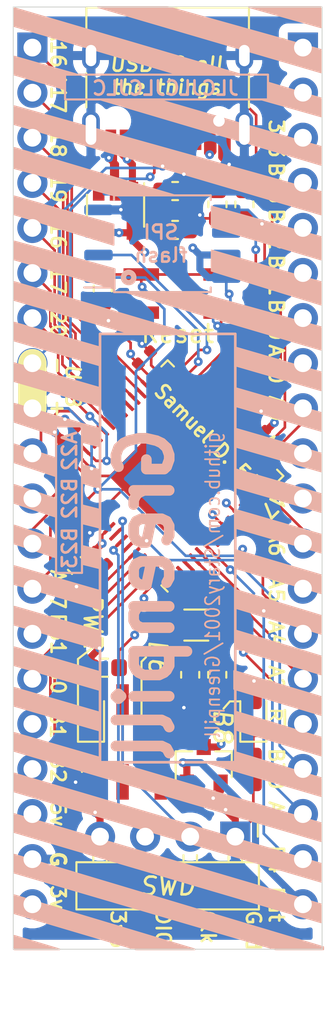
<source format=kicad_pcb>
(kicad_pcb (version 20171130) (host pcbnew 5.1.6)
  (layers (0 F.Cu signal) (1 In1.Cu signal hide) (2 In2.Cu signal) (31 B.Cu signal) (34 B.Paste user hide) (35 F.Paste user hide) (36 B.SilkS user hide) (37 F.SilkS user) (38 B.Mask user) (39 F.Mask user hide) (44 Edge.Cuts user))
  (net 0 "")
  (net 1 +3V3)
  (net 2 GND)
  (net 3 /vsw)
  (net 4 +1V2)
  (net 5 +5V)
  (net 6 /pa00)
  (net 7 /pa01)
  (net 8 /pa02)
  (net 9 /pa03)
  (net 10 /pb08)
  (net 11 /pb09)
  (net 12 /pa04)
  (net 13 /pa05)
  (net 14 /pa06)
  (net 15 /pa07)
  (net 16 /pa08)
  (net 17 /pa09)
  (net 18 /pa10)
  (net 19 /pa11)
  (net 20 /pb10)
  (net 21 /pb11)
  (net 22 /pa12)
  (net 23 /pa13)
  (net 24 /pa14)
  (net 25 /pa15)
  (net 26 /pa16)
  (net 27 /pa17)
  (net 28 /pa18)
  (net 29 /pa19)
  (net 30 /pa20)
  (net 31 /pa21)
  (net 32 /pa22)
  (net 33 /pa23)
  (net 34 /pa24)
  (net 35 /pa25)
  (net 36 /pb22)
  (net 37 /pb23)
  (net 38 /pa27)
  (net 39 /!reset)
  (net 40 /pa30)
  (net 41 /pa31)
  (net 42 /pb02)
  (net 43 /pb03)
  (net 44 "Net-(J5-PadB8)")
  (net 45 "Net-(J5-PadA8)")
  (net 46 "Net-(U2-Pad4)")
  (net 47 "Net-(U2-Pad3)")
  (net 48 /cc1)
  (net 49 /cc2)
  (net 50 "Net-(D1-Pad1)")
  (net 51 "Net-(D2-Pad1)")
  (net 52 /vb)
  (net 53 /pb01)
  (net 54 /pb00)
  (net 55 /pb31)
  (net 56 /pb30)
  (net 57 /pb17)
  (net 58 /pb16)
  (net 59 /pb15)
  (net 60 /pb14)
  (net 61 /pb13)
  (net 62 /pb12)
  (net 63 /pb07)
  (net 64 /pb06)
  (net 65 "Net-(U1-Pad8)")
  (net 66 /pb05)
  (net 67 /pb04)
  (module Connector_PinHeader_2.54mm:PinHeader_1x04_P2.54mm_Horizontal (layer F.Cu) (at 139.446 118.618 270)
    (fp_text reference J3 hide)
    (fp_text value Conn_01x04_Male)
    (pad 1 thru_hole rect (at 0 0 270) (size 1.7 1.7) (drill 1) (layers *.Cu *.Mask) (net 2 GND))
    (pad 2 thru_hole oval (at 0 2.54 270) (size 1.7 1.7) (drill 1) (layers *.Cu *.Mask) (net 40 /pa30))
    (pad 3 thru_hole oval (at 0 5.08 270) (size 1.7 1.7) (drill 1) (layers *.Cu *.Mask) (net 41 /pa31))
    (pad 4 thru_hole oval (at 0 7.62 270) (size 1.7 1.7) (drill 1) (layers *.Cu *.Mask) (net 1 +3V3))
  )
  (module Package_SO:SOIC-8_5.23x5.23mm_P1.27mm (layer B.Cu) (at 135.338 85.217)
    (fp_text reference U3)
    (fp_text value S25FL064)
    (pad 8 smd roundrect (at 3.6 1.905) (size 1.6 0.6) (layers B.Cu B.Paste B.Mask) (net 1 +3V3))
    (pad 7 smd roundrect (at 3.6 0.635) (size 1.6 0.6) (layers B.Cu B.Paste B.Mask) (net 1 +3V3))
    (pad 6 smd roundrect (at 3.6 -0.635) (size 1.6 0.6) (layers B.Cu B.Paste B.Mask) (net 23 /pa13))
    (pad 5 smd roundrect (at 3.6 -1.905) (size 1.6 0.6) (layers B.Cu B.Paste B.Mask) (net 22 /pa12))
    (pad 4 smd roundrect (at -3.6 -1.905) (size 1.6 0.6) (layers B.Cu B.Paste B.Mask) (net 2 GND))
    (pad 3 smd roundrect (at -3.6 -0.635) (size 1.6 0.6) (layers B.Cu B.Paste B.Mask) (net 1 +3V3))
    (pad 2 smd roundrect (at -3.6 0.635) (size 1.6 0.6) (layers B.Cu B.Paste B.Mask) (net 25 /pa15))
    (pad 1 smd roundrect (at -3.6 1.905) (size 1.6 0.6) (layers B.Cu B.Paste B.Mask) (net 24 /pa14))
  )
  (module Connector_PinHeader_2.54mm:PinHeader_1x20_P2.54mm_Vertical (layer F.Cu) (at 143.256 74.168)
    (fp_text reference J2 hide)
    (fp_text value Conn_01x20_Male)
    (pad 20 thru_hole oval (at 0 48.26) (size 1.7 1.7) (drill 1) (layers *.Cu *.Mask) (net 52 /vb))
    (pad 19 thru_hole oval (at 0 45.72) (size 1.7 1.7) (drill 1) (layers *.Cu *.Mask) (net 67 /pb04))
    (pad 18 thru_hole oval (at 0 43.18) (size 1.7 1.7) (drill 1) (layers *.Cu *.Mask) (net 9 /pa03))
    (pad 17 thru_hole oval (at 0 40.64) (size 1.7 1.7) (drill 1) (layers *.Cu *.Mask) (net 56 /pb30))
    (pad 16 thru_hole oval (at 0 38.1) (size 1.7 1.7) (drill 1) (layers *.Cu *.Mask) (net 39 /!reset))
    (pad 15 thru_hole oval (at 0 35.56) (size 1.7 1.7) (drill 1) (layers *.Cu *.Mask) (net 8 /pa02))
    (pad 14 thru_hole oval (at 0 33.02) (size 1.7 1.7) (drill 1) (layers *.Cu *.Mask) (net 12 /pa04))
    (pad 13 thru_hole oval (at 0 30.48) (size 1.7 1.7) (drill 1) (layers *.Cu *.Mask) (net 13 /pa05))
    (pad 12 thru_hole oval (at 0 27.94) (size 1.7 1.7) (drill 1) (layers *.Cu *.Mask) (net 14 /pa06))
    (pad 11 thru_hole oval (at 0 25.4) (size 1.7 1.7) (drill 1) (layers *.Cu *.Mask) (net 15 /pa07))
    (pad 10 thru_hole oval (at 0 22.86) (size 1.7 1.7) (drill 1) (layers *.Cu *.Mask) (net 16 /pa08))
    (pad 9 thru_hole oval (at 0 20.32) (size 1.7 1.7) (drill 1) (layers *.Cu *.Mask) (net 17 /pa09))
    (pad 8 thru_hole oval (at 0 17.78) (size 1.7 1.7) (drill 1) (layers *.Cu *.Mask) (net 18 /pa10))
    (pad 7 thru_hole oval (at 0 15.24) (size 1.7 1.7) (drill 1) (layers *.Cu *.Mask) (net 20 /pb10))
    (pad 6 thru_hole oval (at 0 12.7) (size 1.7 1.7) (drill 1) (layers *.Cu *.Mask) (net 21 /pb11))
    (pad 5 thru_hole oval (at 0 10.16) (size 1.7 1.7) (drill 1) (layers *.Cu *.Mask) (net 62 /pb12))
    (pad 4 thru_hole oval (at 0 7.62) (size 1.7 1.7) (drill 1) (layers *.Cu *.Mask) (net 61 /pb13))
    (pad 3 thru_hole oval (at 0 5.08) (size 1.7 1.7) (drill 1) (layers *.Cu *.Mask) (net 1 +3V3))
    (pad 2 thru_hole oval (at 0 2.54) (size 1.7 1.7) (drill 1) (layers *.Cu *.Mask) (net 2 GND))
    (pad 1 thru_hole rect (at 0 0) (size 1.7 1.7) (drill 1) (layers *.Cu *.Mask) (net 5 +5V))
  )
  (module greenpill:pts815 (layer F.Cu) (at 134.171 113.284 90)
    (fp_text reference SW2)
    (fp_text value SW_Push)
    (pad 1 smd rect (at -2.25 -1.075 90) (size 2 0.7) (layers F.Cu F.Paste F.Mask) (net 64 /pb06))
    (pad 1 smd rect (at 2.25 -1.075 90) (size 2 0.7) (layers F.Cu F.Paste F.Mask) (net 64 /pb06))
    (pad 2 smd rect (at -2.25 1.075 90) (size 2 0.7) (layers F.Cu F.Paste F.Mask) (net 2 GND))
    (pad 2 smd rect (at 2.25 1.075 90) (size 2 0.7) (layers F.Cu F.Paste F.Mask) (net 2 GND))
  )
  (module greenpill:pts815 (layer F.Cu) (at 136.4 88.025)
    (fp_text reference SW1)
    (fp_text value SW_Push)
    (pad 2 smd rect (at 2.25 1.075) (size 2 0.7) (layers F.Cu F.Paste F.Mask) (net 2 GND))
    (pad 2 smd rect (at -2.25 1.075) (size 2 0.7) (layers F.Cu F.Paste F.Mask) (net 2 GND))
    (pad 1 smd rect (at 2.25 -1.075) (size 2 0.7) (layers F.Cu F.Paste F.Mask) (net 39 /!reset))
    (pad 1 smd rect (at -2.25 -1.075) (size 2 0.7) (layers F.Cu F.Paste F.Mask) (net 39 /!reset))
  )
  (module Package_DFN_QFN:QFN-64-1EP_9x9mm_P0.5mm_EP4.7x4.7mm (layer F.Cu) (at 135.636 98.298 135)
    (fp_text reference U1 hide)
    (fp_text value ATSAMD51J18A-M)
    (pad 65 smd rect (at 0 0 135) (size 4.7 4.7) (layers F.Cu F.Mask) (net 2 GND))
    (pad 64 smd roundrect (at -3.75 -4.4125 135) (size 0.2 0.875) (layers F.Cu F.Paste F.Mask) (net 43 /pb03))
    (pad 63 smd roundrect (at -3.25 -4.4125 135) (size 0.2 0.875) (layers F.Cu F.Paste F.Mask) (net 42 /pb02))
    (pad 62 smd roundrect (at -2.75 -4.4125 135) (size 0.2 0.875) (layers F.Cu F.Paste F.Mask) (net 53 /pb01))
    (pad 61 smd roundrect (at -2.25 -4.4125 135) (size 0.2 0.875) (layers F.Cu F.Paste F.Mask) (net 54 /pb00))
    (pad 60 smd roundrect (at -1.75 -4.4125 135) (size 0.2 0.875) (layers F.Cu F.Paste F.Mask) (net 55 /pb31))
    (pad 59 smd roundrect (at -1.25 -4.4125 135) (size 0.2 0.875) (layers F.Cu F.Paste F.Mask) (net 56 /pb30))
    (pad 58 smd roundrect (at -0.75 -4.4125 135) (size 0.2 0.875) (layers F.Cu F.Paste F.Mask) (net 41 /pa31))
    (pad 57 smd roundrect (at -0.25 -4.4125 135) (size 0.2 0.875) (layers F.Cu F.Paste F.Mask) (net 40 /pa30))
    (pad 56 smd roundrect (at 0.25 -4.4125 135) (size 0.2 0.875) (layers F.Cu F.Paste F.Mask) (net 1 +3V3))
    (pad 55 smd roundrect (at 0.75 -4.4125 135) (size 0.2 0.875) (layers F.Cu F.Paste F.Mask) (net 3 /vsw))
    (pad 54 smd roundrect (at 1.25 -4.4125 135) (size 0.2 0.875) (layers F.Cu F.Paste F.Mask) (net 2 GND))
    (pad 53 smd roundrect (at 1.75 -4.4125 135) (size 0.2 0.875) (layers F.Cu F.Paste F.Mask) (net 4 +1V2))
    (pad 52 smd roundrect (at 2.25 -4.4125 135) (size 0.2 0.875) (layers F.Cu F.Paste F.Mask) (net 39 /!reset))
    (pad 51 smd roundrect (at 2.75 -4.4125 135) (size 0.2 0.875) (layers F.Cu F.Paste F.Mask) (net 38 /pa27))
    (pad 50 smd roundrect (at 3.25 -4.4125 135) (size 0.2 0.875) (layers F.Cu F.Paste F.Mask) (net 37 /pb23))
    (pad 49 smd roundrect (at 3.75 -4.4125 135) (size 0.2 0.875) (layers F.Cu F.Paste F.Mask) (net 36 /pb22))
    (pad 48 smd roundrect (at 4.4125 -3.75 135) (size 0.875 0.2) (layers F.Cu F.Paste F.Mask) (net 1 +3V3))
    (pad 47 smd roundrect (at 4.4125 -3.25 135) (size 0.875 0.2) (layers F.Cu F.Paste F.Mask) (net 2 GND))
    (pad 46 smd roundrect (at 4.4125 -2.75 135) (size 0.875 0.2) (layers F.Cu F.Paste F.Mask) (net 35 /pa25))
    (pad 45 smd roundrect (at 4.4125 -2.25 135) (size 0.875 0.2) (layers F.Cu F.Paste F.Mask) (net 34 /pa24))
    (pad 44 smd roundrect (at 4.4125 -1.75 135) (size 0.875 0.2) (layers F.Cu F.Paste F.Mask) (net 33 /pa23))
    (pad 43 smd roundrect (at 4.4125 -1.25 135) (size 0.875 0.2) (layers F.Cu F.Paste F.Mask) (net 32 /pa22))
    (pad 42 smd roundrect (at 4.4125 -0.75 135) (size 0.875 0.2) (layers F.Cu F.Paste F.Mask) (net 31 /pa21))
    (pad 41 smd roundrect (at 4.4125 -0.25 135) (size 0.875 0.2) (layers F.Cu F.Paste F.Mask) (net 30 /pa20))
    (pad 40 smd roundrect (at 4.4125 0.25 135) (size 0.875 0.2) (layers F.Cu F.Paste F.Mask) (net 57 /pb17))
    (pad 39 smd roundrect (at 4.4125 0.75 135) (size 0.875 0.2) (layers F.Cu F.Paste F.Mask) (net 58 /pb16))
    (pad 38 smd roundrect (at 4.4125 1.25 135) (size 0.875 0.2) (layers F.Cu F.Paste F.Mask) (net 29 /pa19))
    (pad 37 smd roundrect (at 4.4125 1.75 135) (size 0.875 0.2) (layers F.Cu F.Paste F.Mask) (net 28 /pa18))
    (pad 36 smd roundrect (at 4.4125 2.25 135) (size 0.875 0.2) (layers F.Cu F.Paste F.Mask) (net 27 /pa17))
    (pad 35 smd roundrect (at 4.4125 2.75 135) (size 0.875 0.2) (layers F.Cu F.Paste F.Mask) (net 26 /pa16))
    (pad 34 smd roundrect (at 4.4125 3.25 135) (size 0.875 0.2) (layers F.Cu F.Paste F.Mask) (net 1 +3V3))
    (pad 33 smd roundrect (at 4.4125 3.75 135) (size 0.875 0.2) (layers F.Cu F.Paste F.Mask) (net 2 GND))
    (pad 32 smd roundrect (at 3.75 4.4125 135) (size 0.2 0.875) (layers F.Cu F.Paste F.Mask) (net 25 /pa15))
    (pad 31 smd roundrect (at 3.25 4.4125 135) (size 0.2 0.875) (layers F.Cu F.Paste F.Mask) (net 24 /pa14))
    (pad 30 smd roundrect (at 2.75 4.4125 135) (size 0.2 0.875) (layers F.Cu F.Paste F.Mask) (net 23 /pa13))
    (pad 29 smd roundrect (at 2.25 4.4125 135) (size 0.2 0.875) (layers F.Cu F.Paste F.Mask) (net 22 /pa12))
    (pad 28 smd roundrect (at 1.75 4.4125 135) (size 0.2 0.875) (layers F.Cu F.Paste F.Mask) (net 59 /pb15))
    (pad 27 smd roundrect (at 1.25 4.4125 135) (size 0.2 0.875) (layers F.Cu F.Paste F.Mask) (net 60 /pb14))
    (pad 26 smd roundrect (at 0.75 4.4125 135) (size 0.2 0.875) (layers F.Cu F.Paste F.Mask) (net 61 /pb13))
    (pad 25 smd roundrect (at 0.25 4.4125 135) (size 0.2 0.875) (layers F.Cu F.Paste F.Mask) (net 62 /pb12))
    (pad 24 smd roundrect (at -0.25 4.4125 135) (size 0.2 0.875) (layers F.Cu F.Paste F.Mask) (net 21 /pb11))
    (pad 23 smd roundrect (at -0.75 4.4125 135) (size 0.2 0.875) (layers F.Cu F.Paste F.Mask) (net 20 /pb10))
    (pad 22 smd roundrect (at -1.25 4.4125 135) (size 0.2 0.875) (layers F.Cu F.Paste F.Mask) (net 2 GND))
    (pad 21 smd roundrect (at -1.75 4.4125 135) (size 0.2 0.875) (layers F.Cu F.Paste F.Mask) (net 1 +3V3))
    (pad 20 smd roundrect (at -2.25 4.4125 135) (size 0.2 0.875) (layers F.Cu F.Paste F.Mask) (net 19 /pa11))
    (pad 19 smd roundrect (at -2.75 4.4125 135) (size 0.2 0.875) (layers F.Cu F.Paste F.Mask) (net 18 /pa10))
    (pad 18 smd roundrect (at -3.25 4.4125 135) (size 0.2 0.875) (layers F.Cu F.Paste F.Mask) (net 17 /pa09))
    (pad 17 smd roundrect (at -3.75 4.4125 135) (size 0.2 0.875) (layers F.Cu F.Paste F.Mask) (net 16 /pa08))
    (pad 16 smd roundrect (at -4.4125 3.75 135) (size 0.875 0.2) (layers F.Cu F.Paste F.Mask) (net 15 /pa07))
    (pad 15 smd roundrect (at -4.4125 3.25 135) (size 0.875 0.2) (layers F.Cu F.Paste F.Mask) (net 14 /pa06))
    (pad 14 smd roundrect (at -4.4125 2.75 135) (size 0.875 0.2) (layers F.Cu F.Paste F.Mask) (net 13 /pa05))
    (pad 13 smd roundrect (at -4.4125 2.25 135) (size 0.875 0.2) (layers F.Cu F.Paste F.Mask) (net 12 /pa04))
    (pad 12 smd roundrect (at -4.4125 1.75 135) (size 0.875 0.2) (layers F.Cu F.Paste F.Mask) (net 11 /pb09))
    (pad 11 smd roundrect (at -4.4125 1.25 135) (size 0.875 0.2) (layers F.Cu F.Paste F.Mask) (net 10 /pb08))
    (pad 10 smd roundrect (at -4.4125 0.75 135) (size 0.875 0.2) (layers F.Cu F.Paste F.Mask) (net 63 /pb07))
    (pad 9 smd roundrect (at -4.4125 0.25 135) (size 0.875 0.2) (layers F.Cu F.Paste F.Mask) (net 64 /pb06))
    (pad 8 smd roundrect (at -4.4125 -0.25 135) (size 0.875 0.2) (layers F.Cu F.Paste F.Mask) (net 65 "Net-(U1-Pad8)"))
    (pad 7 smd roundrect (at -4.4125 -0.75 135) (size 0.875 0.2) (layers F.Cu F.Paste F.Mask) (net 2 GND))
    (pad 6 smd roundrect (at -4.4125 -1.25 135) (size 0.875 0.2) (layers F.Cu F.Paste F.Mask) (net 66 /pb05))
    (pad 5 smd roundrect (at -4.4125 -1.75 135) (size 0.875 0.2) (layers F.Cu F.Paste F.Mask) (net 67 /pb04))
    (pad 4 smd roundrect (at -4.4125 -2.25 135) (size 0.875 0.2) (layers F.Cu F.Paste F.Mask) (net 9 /pa03))
    (pad 3 smd roundrect (at -4.4125 -2.75 135) (size 0.875 0.2) (layers F.Cu F.Paste F.Mask) (net 8 /pa02))
    (pad 2 smd roundrect (at -4.4125 -3.25 135) (size 0.875 0.2) (layers F.Cu F.Paste F.Mask) (net 7 /pa01))
    (pad 1 smd roundrect (at -4.4125 -3.75 135) (size 0.875 0.2) (layers F.Cu F.Paste F.Mask) (net 6 /pa00))
  )
  (module Capacitor_SMD:C_0603_1608Metric (layer F.Cu) (at 130.493153 103.343153 315)
    (fp_text reference C5)
    (fp_text value 4.7u)
    (pad 2 smd roundrect (at 0.7875 0 315) (size 0.875 0.95) (layers F.Cu F.Paste F.Mask) (net 2 GND))
    (pad 1 smd roundrect (at -0.7875 0 315) (size 0.875 0.95) (layers F.Cu F.Paste F.Mask) (net 4 +1V2))
  )
  (module Connector_USB:USB_C_Receptacle_XKB_U262-16XN-4BVC11 (layer F.Cu) (at 135.636 75.692 180)
    (fp_text reference J5 hide)
    (fp_text value USB_C_Receptacle_USB2.0)
    (pad A12 smd rect (at 3.35 -3.67 180) (size 0.3 1.15) (layers F.Cu F.Paste F.Mask) (net 2 GND))
    (pad A9 smd rect (at 2.55 -3.67 180) (size 0.3 1.15) (layers F.Cu F.Paste F.Mask) (net 5 +5V))
    (pad B9 smd rect (at -2.25 -3.67 180) (size 0.3 1.15) (layers F.Cu F.Paste F.Mask) (net 5 +5V))
    (pad B12 smd rect (at -3.05 -3.67 180) (size 0.3 1.15) (layers F.Cu F.Paste F.Mask) (net 2 GND))
    (pad A1 smd rect (at -3.35 -3.67 180) (size 0.3 1.15) (layers F.Cu F.Paste F.Mask) (net 2 GND))
    (pad A4 smd rect (at -2.55 -3.67 180) (size 0.3 1.15) (layers F.Cu F.Paste F.Mask) (net 5 +5V))
    (pad B8 smd rect (at -1.75 -3.67 180) (size 0.3 1.15) (layers F.Cu F.Paste F.Mask) (net 44 "Net-(J5-PadB8)"))
    (pad A5 smd rect (at -1.25 -3.67 180) (size 0.3 1.15) (layers F.Cu F.Paste F.Mask) (net 48 /cc1))
    (pad B7 smd rect (at -0.75 -3.67 180) (size 0.3 1.15) (layers F.Cu F.Paste F.Mask) (net 34 /pa24))
    (pad A6 smd rect (at -0.25 -3.67 180) (size 0.3 1.15) (layers F.Cu F.Paste F.Mask) (net 35 /pa25))
    (pad A7 smd rect (at 0.25 -3.67 180) (size 0.3 1.15) (layers F.Cu F.Paste F.Mask) (net 34 /pa24))
    (pad B6 smd rect (at 0.75 -3.67 180) (size 0.3 1.15) (layers F.Cu F.Paste F.Mask) (net 35 /pa25))
    (pad A8 smd rect (at 1.25 -3.67 180) (size 0.3 1.15) (layers F.Cu F.Paste F.Mask) (net 45 "Net-(J5-PadA8)"))
    (pad B5 smd rect (at 1.75 -3.67 180) (size 0.3 1.15) (layers F.Cu F.Paste F.Mask) (net 49 /cc2))
    (pad B4 smd rect (at 2.25 -3.67 180) (size 0.3 1.15) (layers F.Cu F.Paste F.Mask) (net 5 +5V))
    (pad B1 smd rect (at 3.05 -3.67 180) (size 0.3 1.15) (layers F.Cu F.Paste F.Mask) (net 2 GND))
    (pad "" np_thru_hole circle (at -2.89 -2.605 180) (size 0.65 0.65) (drill 0.65) (layers *.Cu *.Mask))
    (pad "" np_thru_hole circle (at 2.89 -2.605 180) (size 0.65 0.65) (drill 0.65) (layers *.Cu *.Mask))
    (pad S1 thru_hole oval (at 4.32 1.075 180) (size 1 1.6) (drill oval 0.6 1.2) (layers *.Cu *.Mask) (net 2 GND))
    (pad S1 thru_hole oval (at -4.32 1.075 180) (size 1 1.6) (drill oval 0.6 1.2) (layers *.Cu *.Mask) (net 2 GND))
    (pad S1 thru_hole oval (at 4.32 -3.105 180) (size 1 2.1) (drill oval 0.6 1.7) (layers *.Cu *.Mask) (net 2 GND))
    (pad S1 thru_hole oval (at -4.32 -3.105 180) (size 1 2.1) (drill oval 0.6 1.7) (layers *.Cu *.Mask) (net 2 GND))
  )
  (module Capacitor_SMD:C_0603_1608Metric (layer F.Cu) (at 136.0575 84.44)
    (fp_text reference C8)
    (fp_text value 10u)
    (pad 2 smd roundrect (at 0.7875 0) (size 0.875 0.95) (layers F.Cu F.Paste F.Mask) (net 2 GND))
    (pad 1 smd roundrect (at -0.7875 0) (size 0.875 0.95) (layers F.Cu F.Paste F.Mask) (net 1 +3V3))
  )
  (module Connector_PinHeader_2.54mm:PinHeader_1x20_P2.54mm_Vertical (layer F.Cu) (at 128.016 74.168)
    (fp_text reference J1 hide)
    (fp_text value Conn_01x20_Male)
    (pad 1 thru_hole rect (at 0 0) (size 1.7 1.7) (drill 1) (layers *.Cu *.Mask) (net 26 /pa16))
    (pad 2 thru_hole oval (at 0 2.54) (size 1.7 1.7) (drill 1) (layers *.Cu *.Mask) (net 27 /pa17))
    (pad 3 thru_hole oval (at 0 5.08) (size 1.7 1.7) (drill 1) (layers *.Cu *.Mask) (net 28 /pa18))
    (pad 4 thru_hole oval (at 0 7.62) (size 1.7 1.7) (drill 1) (layers *.Cu *.Mask) (net 29 /pa19))
    (pad 5 thru_hole oval (at 0 10.16) (size 1.7 1.7) (drill 1) (layers *.Cu *.Mask) (net 58 /pb16))
    (pad 6 thru_hole oval (at 0 12.7) (size 1.7 1.7) (drill 1) (layers *.Cu *.Mask) (net 57 /pb17))
    (pad 7 thru_hole oval (at 0 15.24) (size 1.7 1.7) (drill 1) (layers *.Cu *.Mask) (net 30 /pa20))
    (pad 8 thru_hole oval (at 0 17.78) (size 1.7 1.7) (drill 1) (layers *.Cu *.Mask) (net 34 /pa24))
    (pad 9 thru_hole oval (at 0 20.32) (size 1.7 1.7) (drill 1) (layers *.Cu *.Mask) (net 35 /pa25))
    (pad 10 thru_hole oval (at 0 22.86) (size 1.7 1.7) (drill 1) (layers *.Cu *.Mask) (net 32 /pa22))
    (pad 11 thru_hole oval (at 0 25.4) (size 1.7 1.7) (drill 1) (layers *.Cu *.Mask) (net 36 /pb22))
    (pad 12 thru_hole oval (at 0 27.94) (size 1.7 1.7) (drill 1) (layers *.Cu *.Mask) (net 37 /pb23))
    (pad 13 thru_hole oval (at 0 30.48) (size 1.7 1.7) (drill 1) (layers *.Cu *.Mask) (net 38 /pa27))
    (pad 14 thru_hole oval (at 0 33.02) (size 1.7 1.7) (drill 1) (layers *.Cu *.Mask) (net 55 /pb31))
    (pad 15 thru_hole oval (at 0 35.56) (size 1.7 1.7) (drill 1) (layers *.Cu *.Mask) (net 54 /pb00))
    (pad 16 thru_hole oval (at 0 38.1) (size 1.7 1.7) (drill 1) (layers *.Cu *.Mask) (net 53 /pb01))
    (pad 17 thru_hole oval (at 0 40.64) (size 1.7 1.7) (drill 1) (layers *.Cu *.Mask) (net 42 /pb02))
    (pad 18 thru_hole oval (at 0 43.18) (size 1.7 1.7) (drill 1) (layers *.Cu *.Mask) (net 5 +5V))
    (pad 19 thru_hole oval (at 0 45.72) (size 1.7 1.7) (drill 1) (layers *.Cu *.Mask) (net 2 GND))
    (pad 20 thru_hole oval (at 0 48.26) (size 1.7 1.7) (drill 1) (layers *.Cu *.Mask) (net 1 +3V3))
  )
  (module Crystal:Crystal_SMD_3215-2Pin_3.2x1.5mm (layer F.Cu) (at 137.25 106.7 180)
    (fp_text reference Y1)
    (fp_text value Crystal_GND23)
    (pad 2 smd rect (at -1.25 0 180) (size 1 1.8) (layers F.Cu F.Paste F.Mask) (net 7 /pa01))
    (pad 1 smd rect (at 1.25 0 180) (size 1 1.8) (layers F.Cu F.Paste F.Mask) (net 6 /pa00))
  )
  (module Capacitor_SMD:C_0603_1608Metric (layer F.Cu) (at 138.43 109.4995 270)
    (fp_text reference C12)
    (fp_text value 12p)
    (pad 2 smd roundrect (at 0.7875 0 270) (size 0.875 0.95) (layers F.Cu F.Paste F.Mask) (net 2 GND))
    (pad 1 smd roundrect (at -0.7875 0 270) (size 0.875 0.95) (layers F.Cu F.Paste F.Mask) (net 7 /pa01))
  )
  (module Capacitor_SMD:C_0603_1608Metric (layer F.Cu) (at 136.906 109.4995 270)
    (fp_text reference C11)
    (fp_text value 12p)
    (pad 2 smd roundrect (at 0.7875 0 270) (size 0.875 0.95) (layers F.Cu F.Paste F.Mask) (net 2 GND))
    (pad 1 smd roundrect (at -0.7875 0 270) (size 0.875 0.95) (layers F.Cu F.Paste F.Mask) (net 6 /pa00))
  )
  (module Package_TO_SOT_SMD:SOT-23 (layer F.Cu) (at 137.668 114.57 90)
    (fp_text reference D3)
    (fp_text value BAT54C)
    (pad 3 smd rect (at 1 0 90) (size 0.9 0.8) (layers F.Cu F.Paste F.Mask) (net 43 /pb03))
    (pad 2 smd rect (at -1 0.95 90) (size 0.9 0.8) (layers F.Cu F.Paste F.Mask) (net 1 +3V3))
    (pad 1 smd rect (at -1 -0.95 90) (size 0.9 0.8) (layers F.Cu F.Paste F.Mask) (net 52 /vb))
  )
  (module Resistor_SMD:R_0603_1608Metric (layer F.Cu) (at 132.1125 109.1)
    (fp_text reference R6)
    (fp_text value 10k)
    (pad 1 smd roundrect (at -0.7875 0) (size 0.875 0.95) (layers F.Cu F.Paste F.Mask) (net 1 +3V3))
    (pad 2 smd roundrect (at 0.7875 0) (size 0.875 0.95) (layers F.Cu F.Paste F.Mask) (net 64 /pb06))
  )
  (module Resistor_SMD:R_0603_1608Metric (layer F.Cu) (at 131.98 87.74 90)
    (fp_text reference R5)
    (fp_text value 10k)
    (pad 2 smd roundrect (at 0.7875 0 90) (size 0.875 0.95) (layers F.Cu F.Paste F.Mask) (net 39 /!reset))
    (pad 1 smd roundrect (at -0.7875 0 90) (size 0.875 0.95) (layers F.Cu F.Paste F.Mask) (net 1 +3V3))
  )
  (module Capacitor_SMD:C_0402_1005Metric (layer B.Cu) (at 138.684 88.9 180)
    (fp_text reference C10)
    (fp_text value 100n)
    (pad 2 smd roundrect (at 0.485 0 180) (size 0.59 0.64) (layers B.Cu B.Paste B.Mask) (net 2 GND))
    (pad 1 smd roundrect (at -0.485 0 180) (size 0.59 0.64) (layers B.Cu B.Paste B.Mask) (net 1 +3V3))
  )
  (module Capacitor_SMD:C_0402_1005Metric (layer F.Cu) (at 137.165 112.2)
    (fp_text reference C9)
    (fp_text value 100n)
    (pad 2 smd roundrect (at 0.485 0) (size 0.59 0.64) (layers F.Cu F.Paste F.Mask) (net 43 /pb03))
    (pad 1 smd roundrect (at -0.485 0) (size 0.59 0.64) (layers F.Cu F.Paste F.Mask) (net 2 GND))
  )
  (module Resistor_SMD:R_0603_1608Metric (layer F.Cu) (at 140.462 114.8335 270)
    (fp_text reference R4)
    (fp_text value R_Small)
    (pad 2 smd roundrect (at 0.7875 0 270) (size 0.875 0.95) (layers F.Cu F.Paste F.Mask) (net 2 GND))
    (pad 1 smd roundrect (at -0.7875 0 270) (size 0.875 0.95) (layers F.Cu F.Paste F.Mask) (net 51 "Net-(D2-Pad1)"))
  )
  (module Resistor_SMD:R_0603_1608Metric (layer F.Cu) (at 131.318 114.808 270)
    (fp_text reference R3)
    (fp_text value R_Small)
    (pad 2 smd roundrect (at 0.7875 0 270) (size 0.875 0.95) (layers F.Cu F.Paste F.Mask) (net 2 GND))
    (pad 1 smd roundrect (at -0.7875 0 270) (size 0.875 0.95) (layers F.Cu F.Paste F.Mask) (net 50 "Net-(D1-Pad1)"))
  )
  (module LED_SMD:LED_0603_1608Metric (layer F.Cu) (at 140.462 111.7855 90)
    (fp_text reference D2)
    (fp_text value LED)
    (pad 1 smd roundrect (at -0.7875 0 90) (size 0.875 0.95) (layers F.Cu F.Paste F.Mask) (net 51 "Net-(D2-Pad1)"))
    (pad 2 smd roundrect (at 0.7875 0 90) (size 0.875 0.95) (layers F.Cu F.Paste F.Mask) (net 10 /pb08))
  )
  (module LED_SMD:LED_0603_1608Metric (layer F.Cu) (at 131.318 111.7855 90)
    (fp_text reference D1)
    (fp_text value LED)
    (pad 2 smd roundrect (at 0.7875 0 90) (size 0.875 0.95) (layers F.Cu F.Paste F.Mask) (net 1 +3V3))
    (pad 1 smd roundrect (at -0.7875 0 90) (size 0.875 0.95) (layers F.Cu F.Paste F.Mask) (net 50 "Net-(D1-Pad1)"))
  )
  (module Resistor_SMD:R_0603_1608Metric (layer F.Cu) (at 139.96 83 270)
    (fp_text reference R2)
    (fp_text value 5.1k)
    (pad 2 smd roundrect (at 0.7875 0 270) (size 0.875 0.95) (layers F.Cu F.Paste F.Mask) (net 2 GND))
    (pad 1 smd roundrect (at -0.7875 0 270) (size 0.875 0.95) (layers F.Cu F.Paste F.Mask) (net 49 /cc2))
  )
  (module Resistor_SMD:R_0603_1608Metric (layer F.Cu) (at 138.44 82.9975 90)
    (fp_text reference R1)
    (fp_text value 5.1k)
    (pad 2 smd roundrect (at 0.7875 0 90) (size 0.875 0.95) (layers F.Cu F.Paste F.Mask) (net 48 /cc1))
    (pad 1 smd roundrect (at -0.7875 0 90) (size 0.875 0.95) (layers F.Cu F.Paste F.Mask) (net 2 GND))
  )
  (module Capacitor_SMD:C_0603_1608Metric (layer F.Cu) (at 136.0575 82.25)
    (fp_text reference C7)
    (fp_text value 10u)
    (pad 2 smd roundrect (at 0.7875 0) (size 0.875 0.95) (layers F.Cu F.Paste F.Mask) (net 2 GND))
    (pad 1 smd roundrect (at -0.7875 0) (size 0.875 0.95) (layers F.Cu F.Paste F.Mask) (net 5 +5V))
  )
  (module Package_TO_SOT_SMD:SOT-23-5 (layer F.Cu) (at 132.7 83.36 270)
    (fp_text reference U2)
    (fp_text value MIC5504-3.3YM5)
    (pad 1 smd rect (at -1.1 -0.95 270) (size 1.06 0.65) (layers F.Cu F.Paste F.Mask) (net 5 +5V))
    (pad 2 smd rect (at -1.1 0 270) (size 1.06 0.65) (layers F.Cu F.Paste F.Mask) (net 2 GND))
    (pad 3 smd rect (at -1.1 0.95 270) (size 1.06 0.65) (layers F.Cu F.Paste F.Mask) (net 47 "Net-(U2-Pad3)"))
    (pad 4 smd rect (at 1.1 0.95 270) (size 1.06 0.65) (layers F.Cu F.Paste F.Mask) (net 46 "Net-(U2-Pad4)"))
    (pad 5 smd rect (at 1.1 -0.95 270) (size 1.06 0.65) (layers F.Cu F.Paste F.Mask) (net 1 +3V3))
  )
  (module Capacitor_SMD:C_0402_1005Metric (layer F.Cu) (at 140.75 95.45 135)
    (fp_text reference C6)
    (fp_text value 100n)
    (pad 2 smd roundrect (at 0.485 0 135) (size 0.59 0.64) (layers F.Cu F.Paste F.Mask) (net 2 GND))
    (pad 1 smd roundrect (at -0.485 0 135) (size 0.59 0.64) (layers F.Cu F.Paste F.Mask) (net 1 +3V3))
  )
  (module Capacitor_SMD:C_0402_1005Metric (layer F.Cu) (at 130.027053 95.972947 45)
    (fp_text reference C4)
    (fp_text value 100n)
    (pad 1 smd roundrect (at -0.485 0 45) (size 0.59 0.64) (layers F.Cu F.Paste F.Mask) (net 1 +3V3))
    (pad 2 smd roundrect (at 0.485 0 45) (size 0.59 0.64) (layers F.Cu F.Paste F.Mask) (net 2 GND))
  )
  (module Capacitor_SMD:C_0402_1005Metric (layer F.Cu) (at 130.5 101.65 315)
    (fp_text reference C3)
    (fp_text value 100n)
    (pad 2 smd roundrect (at 0.485 0 315) (size 0.59 0.64) (layers F.Cu F.Paste F.Mask) (net 2 GND))
    (pad 1 smd roundrect (at -0.485 0 315) (size 0.59 0.64) (layers F.Cu F.Paste F.Mask) (net 4 +1V2))
  )
  (module Capacitor_SMD:C_0402_1005Metric (layer F.Cu) (at 131.842947 102.942947 315)
    (fp_text reference C2)
    (fp_text value 100n)
    (pad 2 smd roundrect (at 0.485 0 315) (size 0.59 0.64) (layers F.Cu F.Paste F.Mask) (net 2 GND))
    (pad 1 smd roundrect (at -0.485 0 315) (size 0.59 0.64) (layers F.Cu F.Paste F.Mask) (net 1 +3V3))
  )
  (module Capacitor_SMD:C_0402_1005Metric (layer F.Cu) (at 134.33 91.65 45)
    (fp_text reference C1)
    (fp_text value 100n)
    (pad 1 smd roundrect (at -0.485 0 45) (size 0.59 0.64) (layers F.Cu F.Paste F.Mask) (net 1 +3V3))
    (pad 2 smd roundrect (at 0.485 0 45) (size 0.59 0.64) (layers F.Cu F.Paste F.Mask) (net 2 GND))
  )
  (gr_poly (pts (xy 130.556 75.692) (xy 129.8575 75.692) (xy 129.8575 76.5175) (xy 127 75.692) (xy 127 74.676)) (layer B.SilkS) (width 0.1))
  (gr_poly (pts (xy 144.272 79.756) (xy 144.272 80.772) (xy 131.826 77.089) (xy 135.0645 77.089)) (layer B.SilkS) (width 0.1))
  (gr_poly (pts (xy 139.7635 75.692) (xy 136.271 75.692) (xy 127 72.9615) (xy 127 71.9455)) (layer B.SilkS) (width 0.1))
  (gr_poly (pts (xy 144.272 77.0255) (xy 144.272 78.0415) (xy 140.9065 77.089) (xy 141.2875 77.089) (xy 141.2875 76.1365)) (layer B.SilkS) (width 0.1))
  (gr_text USB (at 130.302 93.218 270) (layer F.SilkS) (effects (font (size 0.8 0.8) (thickness 0.15) italic)))
  (gr_text SWD (at 135.636 121.412) (layer F.SilkS) (effects (font (size 1 1) (thickness 0.15) italic)))
  (gr_text "USB-C all\nthe things" (at 135.5725 75.7555) (layer F.SilkS) (effects (font (size 0.8 0.8) (thickness 0.15) italic)))
  (gr_text "Samuel D. 51" (at 137.8585 96.0755 315) (layer F.SilkS) (effects (font (size 0.8 0.75))))
  (gr_line (start 139.7254 110.998) (end 139.727 110.9855) (layer F.SilkS) (width 0.12))
  (gr_line (start 139.1412 110.998) (end 139.7254 110.998) (layer F.SilkS) (width 0.12))
  (gr_line (start 138.7856 111.4044) (end 139.1412 110.998) (layer F.SilkS) (width 0.12))
  (gr_line (start 134.1628 108.7628) (end 134.1628 112.1664) (layer F.SilkS) (width 0.12))
  (gr_line (start 134.4168 108.5088) (end 134.1628 108.7628) (layer F.SilkS) (width 0.12))
  (gr_text B8 (at 138.7348 112.4204 270) (layer F.SilkS) (effects (font (size 1 1) (thickness 0.15) italic)))
  (gr_line (start 130.583 108.6104) (end 131.3688 108.0008) (layer F.SilkS) (width 0.12))
  (gr_line (start 130.583 110.9855) (end 130.583 108.6104) (layer F.SilkS) (width 0.12))
  (gr_poly (pts (xy 131.826 114.173) (xy 131.826 114.427) (xy 132.6515 114.427) (xy 144.272 117.856) (xy 144.272 118.872) (xy 127 113.792) (xy 127 112.776)) (layer B.SilkS) (width 0.1))
  (gr_poly (pts (xy 131.826 111.633) (xy 131.826 112.649) (xy 127 111.252) (xy 127 110.236)) (layer B.SilkS) (width 0.1))
  (gr_poly (pts (xy 144.272 115.316) (xy 144.272 116.332) (xy 137.795 114.427) (xy 139.446 114.427) (xy 139.446 113.8555)) (layer B.SilkS) (width 0.1))
  (gr_poly (pts (xy 131.826 109.347) (xy 131.826 110.363) (xy 127 108.966) (xy 127 107.95)) (layer B.SilkS) (width 0.1))
  (gr_poly (pts (xy 144.272 113.03) (xy 144.272 114.046) (xy 139.446 112.5855) (xy 139.446 111.5695)) (layer B.SilkS) (width 0.1))
  (gr_poly (pts (xy 131.826 107.061) (xy 131.826 108.077) (xy 127 106.68) (xy 127 105.664)) (layer B.SilkS) (width 0.1))
  (gr_poly (pts (xy 144.272 110.744) (xy 144.272 111.76) (xy 139.3825 110.2995) (xy 139.3825 109.2835)) (layer B.SilkS) (width 0.1))
  (gr_poly (pts (xy 131.826 104.775) (xy 131.826 105.791) (xy 127 104.394) (xy 127 103.378)) (layer B.SilkS) (width 0.1))
  (gr_poly (pts (xy 144.272 108.458) (xy 144.272 109.474) (xy 139.446 108.0135) (xy 139.446 106.9975)) (layer B.SilkS) (width 0.1))
  (gr_poly (pts (xy 131.826 102.489) (xy 131.826 103.505) (xy 130.81 103.251) (xy 130.81 102.235)) (layer B.SilkS) (width 0.1))
  (gr_poly (pts (xy 144.272 106.172) (xy 144.272 107.188) (xy 139.446 105.7275) (xy 139.446 104.7115)) (layer B.SilkS) (width 0.1))
  (gr_poly (pts (xy 131.826 100.203) (xy 131.826 101.219) (xy 130.81 100.965) (xy 130.81 99.949)) (layer B.SilkS) (width 0.1))
  (gr_poly (pts (xy 144.272 103.886) (xy 144.272 104.902) (xy 139.5095 103.505) (xy 139.5095 102.489)) (layer B.SilkS) (width 0.1))
  (gr_poly (pts (xy 131.826 97.9805) (xy 131.826 98.9965) (xy 130.81 98.679) (xy 130.81 97.663)) (layer B.SilkS) (width 0.1))
  (gr_poly (pts (xy 144.272 101.6) (xy 144.272 102.616) (xy 139.446 101.219) (xy 139.446 100.203)) (layer B.SilkS) (width 0.1))
  (gr_poly (pts (xy 131.826 95.631) (xy 131.826 96.647) (xy 130.8735 96.393) (xy 130.8735 95.377)) (layer B.SilkS) (width 0.1))
  (gr_poly (pts (xy 144.272 99.314) (xy 144.272 100.33) (xy 139.446 98.933) (xy 139.446 97.917)) (layer B.SilkS) (width 0.1))
  (gr_poly (pts (xy 131.826 93.345) (xy 131.826 94.361) (xy 127 92.964) (xy 127 91.948)) (layer B.SilkS) (width 0.1))
  (gr_poly (pts (xy 144.272 97.028) (xy 144.272 98.044) (xy 139.446 96.647) (xy 139.446 95.631)) (layer B.SilkS) (width 0.1))
  (gr_poly (pts (xy 131.826 91.059) (xy 131.826 92.075) (xy 127 90.678) (xy 127 89.662)) (layer B.SilkS) (width 0.1))
  (gr_poly (pts (xy 144.272 94.742) (xy 144.272 95.758) (xy 139.446 94.361) (xy 139.446 93.345)) (layer B.SilkS) (width 0.1))
  (gr_poly (pts (xy 136.906 90.297) (xy 133.604 90.297) (xy 127 88.392) (xy 127 87.376)) (layer B.SilkS) (width 0.1))
  (gr_poly (pts (xy 144.272 92.456) (xy 144.272 93.472) (xy 139.446 92.075) (xy 139.446 91.059)) (layer B.SilkS) (width 0.1))
  (gr_poly (pts (xy 129.54 124.968) (xy 127 124.968) (xy 127 124.206)) (layer B.SilkS) (width 0.1))
  (gr_poly (pts (xy 137.16 124.968) (xy 133.858 124.968) (xy 127 122.936) (xy 127 121.92)) (layer B.SilkS) (width 0.1))
  (gr_poly (pts (xy 144.399 124.841) (xy 144.399 124.968) (xy 141.732 124.968) (xy 127 120.65) (xy 127 119.634)) (layer B.SilkS) (width 0.1))
  (gr_poly (pts (xy 144.272 122.428) (xy 144.272 123.444) (xy 127 118.364) (xy 127 117.348)) (layer B.SilkS) (width 0.1))
  (gr_poly (pts (xy 144.272 120.142) (xy 144.272 121.158) (xy 127 116.078) (xy 127 115.062)) (layer B.SilkS) (width 0.1))
  (gr_poly (pts (xy 129.286 101.854) (xy 129.286 102.87) (xy 127 102.108) (xy 127 101.092)) (layer B.SilkS) (width 0.1))
  (gr_poly (pts (xy 129.286 99.568) (xy 129.286 100.584) (xy 127 99.822) (xy 127 98.806)) (layer B.SilkS) (width 0.1))
  (gr_poly (pts (xy 129.286 97.282) (xy 129.286 98.298) (xy 127 97.536) (xy 127 96.52)) (layer B.SilkS) (width 0.1))
  (gr_poly (pts (xy 129.454333 94.958229) (xy 130.8735 95.377) (xy 130.81 95.504) (xy 129.3495 95.504) (xy 129.286 96.012) (xy 127 95.25) (xy 127 94.234)) (layer B.SilkS) (width 0.1))
  (gr_poly (pts (xy 127.9525 124.968) (xy 127 124.968) (xy 127 124.714)) (layer B.SilkS) (width 0.1))
  (gr_line (start 139.446 114.427) (end 139.446 90.297) (layer B.SilkS) (width 0.15))
  (gr_line (start 131.826 114.427) (end 139.446 114.427) (layer B.SilkS) (width 0.15))
  (gr_line (start 131.826 90.297) (end 131.826 114.427) (layer B.SilkS) (width 0.15))
  (gr_line (start 139.446 90.297) (end 131.826 90.297) (layer B.SilkS) (width 0.15))
  (gr_text github.com/Stary2001/Greenpill (at 138.176 95.758 90) (layer B.SilkS) (effects (font (size 0.8 0.7) (thickness 0.1)) (justify left mirror)))
  (gr_text Greenpill (at 134.366 95.25 90) (layer B.SilkS) (effects (font (size 3 2.8) (thickness 0.6)) (justify left mirror)))
  (gr_line (start 130.81 95.504) (end 130.81 103.759) (layer B.SilkS) (width 0.12))
  (gr_line (start 129.3495 95.504) (end 130.81 95.504) (layer B.SilkS) (width 0.12))
  (gr_line (start 129.3495 103.759) (end 129.3495 95.504) (layer B.SilkS) (width 0.12))
  (gr_line (start 130.81 103.759) (end 129.3495 103.759) (layer B.SilkS) (width 0.12))
  (gr_poly (pts (xy 144.272 89.916) (xy 144.272 91.186) (xy 133.2865 87.9475) (xy 137.16 87.9475)) (layer B.SilkS) (width 0.1))
  (gr_poly (pts (xy 144.272 87.376) (xy 144.272 88.646) (xy 138.1125 86.741) (xy 138.1125 85.598)) (layer B.SilkS) (width 0.1))
  (gr_poly (pts (xy 136.017 82.4865) (xy 132.613 82.492) (xy 127 80.9625) (xy 127 79.8195)) (layer B.SilkS) (width 0.1))
  (gr_poly (pts (xy 144.272 84.836) (xy 144.272 86.106) (xy 138.1125 84.2645) (xy 138.1125 83.1215)) (layer B.SilkS) (width 0.1))
  (gr_line (start 129.8575 77.089) (end 129.8575 75.692) (layer B.SilkS) (width 0.12))
  (gr_line (start 141.2875 77.089) (end 129.8575 77.089) (layer B.SilkS) (width 0.12))
  (gr_line (start 141.2875 75.692) (end 141.2875 77.089) (layer B.SilkS) (width 0.12))
  (gr_line (start 129.8575 75.692) (end 141.2875 75.692) (layer B.SilkS) (width 0.12))
  (gr_poly (pts (xy 144.272 73.025) (xy 140.208 71.882) (xy 144.272 71.882)) (layer B.SilkS) (width 0.1))
  (gr_poly (pts (xy 144.272 74.295) (xy 144.272 75.565) (xy 131.699 71.882) (xy 135.636 71.882)) (layer B.SilkS) (width 0.1))
  (gr_poly (pts (xy 132.6515 86.64575) (xy 132.6515 87.757) (xy 127 86.106) (xy 127 85.09)) (layer B.SilkS) (width 0.1))
  (gr_poly (pts (xy 132.588 84.1375) (xy 132.588 85.2805) (xy 127 83.566) (xy 127 82.55)) (layer B.SilkS) (width 0.1))
  (gr_poly (pts (xy 144.272 82.296) (xy 144.272 83.566) (xy 127 78.486) (xy 127 77.47)) (layer B.SilkS) (width 0.1))
  (gr_text "SPI\nflash" (at 135.255 85.217) (layer B.SilkS) (effects (font (size 0.8 0.8)) (justify mirror)))
  (gr_line (start 128.016 91.948) (end 128.016 94.488) (layer F.SilkS) (width 1.6))
  (gr_text JLCJLCJLCJLC (at 135.509 76.454) (layer B.SilkS) (effects (font (size 0.8 0.8)) (justify mirror)))
  (gr_text A16 (at 129.4595 74.2 270) (layer F.SilkS) (effects (font (size 0.8 0.8))))
  (gr_text A17 (at 129.4595 76.75 270) (layer F.SilkS) (effects (font (size 0.8 0.8))))
  (gr_text A18 (at 129.4595 79.25 270) (layer F.SilkS) (effects (font (size 0.8 0.8))))
  (gr_text A19 (at 129.4595 81.8 270) (layer F.SilkS) (effects (font (size 0.8 0.8))))
  (gr_text 3v3 (at 129.4595 122.428 270) (layer F.SilkS) (effects (font (size 0.8 0.8))))
  (gr_text G (at 129.452 119.888 270) (layer F.SilkS) (effects (font (size 0.8 0.8) (thickness 0.2))))
  (gr_text 5v (at 129.4595 117.348 270) (layer F.SilkS) (effects (font (size 0.8 0.8))))
  (gr_text B16 (at 129.4595 84.35 270) (layer F.SilkS) (effects (font (size 0.8 0.8))))
  (gr_text B17 (at 129.4595 86.9 270) (layer F.SilkS) (effects (font (size 0.8 0.8))))
  (gr_text A20 (at 129.4595 89.4 270) (layer F.SilkS) (effects (font (size 0.8 0.8))))
  (gr_text - (at 129.4765 92.075 270) (layer F.SilkS) (effects (font (size 0.8 0.8))))
  (gr_text + (at 129.4595 94.5 270) (layer F.SilkS) (effects (font (size 0.8 0.8))))
  (gr_text B23 (at 130.1115 102.362 90) (layer B.SilkS) (effects (font (size 0.8 0.8)) (justify mirror)))
  (gr_text B22 (at 130.1115 99.568 90) (layer B.SilkS) (effects (font (size 0.8 0.8)) (justify mirror)))
  (gr_text A22 (at 130.1115 96.901 90) (layer B.SilkS) (effects (font (size 0.8 0.8)) (justify mirror)))
  (gr_text B1 (at 129.4345 112.3 270) (layer F.SilkS) (effects (font (size 0.8 0.8))))
  (gr_text B31 (at 129.4595 107.2 270) (layer F.SilkS) (effects (font (size 0.8 0.8))))
  (gr_text B0 (at 129.4595 109.8 270) (layer F.SilkS) (effects (font (size 0.8 0.8))))
  (gr_text A27 (at 129.4545 104.69 270) (layer F.SilkS) (effects (font (size 0.8 0.8))))
  (gr_text B2 (at 129.4595 114.8 270) (layer F.SilkS) (effects (font (size 0.8 0.8))))
  (gr_text B4 (at 141.752 119.9 270) (layer F.SilkS) (effects (font (size 0.8 0.8))))
  (gr_text A3 (at 141.752 117.35 270) (layer F.SilkS) (effects (font (size 0.8 0.8))))
  (gr_text B30 (at 141.752 114.8 270) (layer F.SilkS) (effects (font (size 0.8 0.8))))
  (gr_line (start 142.24 111.5) (end 142.24 113.2) (layer F.SilkS) (width 0.15))
  (gr_text Rst (at 141.732 112.3 270) (layer F.SilkS) (effects (font (size 0.6 0.8) (thickness 0.125))))
  (gr_text A2 (at 141.752 109.7 270) (layer F.SilkS) (effects (font (size 0.8 0.8))))
  (gr_text A4 (at 141.752 107.2 270) (layer F.SilkS) (effects (font (size 0.8 0.8))))
  (gr_text A5 (at 141.752 104.7 270) (layer F.SilkS) (effects (font (size 0.8 0.8))))
  (gr_text A6 (at 141.752 102.1 270) (layer F.SilkS) (effects (font (size 0.8 0.8))))
  (gr_text A7 (at 141.605 99.949 225) (layer F.SilkS) (effects (font (size 0.8 0.8))))
  (gr_text A8 (at 141.605 96.647 315) (layer F.SilkS) (effects (font (size 0.8 0.8))))
  (gr_text A9 (at 141.752 94.5 270) (layer F.SilkS) (effects (font (size 0.8 0.8))))
  (gr_text A10 (at 141.752 92 270) (layer F.SilkS) (effects (font (size 0.8 0.8))))
  (gr_text B10 (at 141.752 89.5 270) (layer F.SilkS) (effects (font (size 0.8 0.8))))
  (gr_text B11 (at 141.752 87 270) (layer F.SilkS) (effects (font (size 0.8 0.8))))
  (gr_text B12 (at 141.752 84.4 270) (layer F.SilkS) (effects (font (size 0.8 0.8))))
  (gr_text B13 (at 141.752 81.8 270) (layer F.SilkS) (effects (font (size 0.8 0.8))))
  (gr_text Bat (at 141.752 122.428 270) (layer F.SilkS) (effects (font (size 0.8 0.8))))
  (gr_text 3v3 (at 141.752 79.3 270) (layer F.SilkS) (effects (font (size 0.8 0.8))))
  (gr_text G (at 141.7595 76.7 270) (layer F.SilkS) (effects (font (size 0.8 0.8) (thickness 0.2))))
  (gr_text 5v (at 141.752 74.2 270) (layer F.SilkS) (effects (font (size 0.8 0.8))))
  (gr_text Reset (at 136.2 90.297) (layer F.SilkS) (effects (font (size 1 1))))
  (gr_text 3v3 (at 132.842 122.682 270) (layer F.SilkS) (effects (font (size 0.8 0.8)) (justify left)))
  (gr_text DIO (at 135.382 122.682 270) (layer F.SilkS) (effects (font (size 0.8 0.8)) (justify left)))
  (gr_text Clk (at 137.922 122.682 270) (layer F.SilkS) (effects (font (size 0.8 0.8)) (justify left)))
  (gr_text Gnd (at 140.462 122.682 270) (layer F.SilkS) (effects (font (size 0.8 0.8)) (justify left)))
  (gr_text PWR (at 131.4196 106.5276 270) (layer F.SilkS) (effects (font (size 1 1) (thickness 0.15) italic)))
  (gr_text B6 (at 135.0772 108.5088 270) (layer F.SilkS) (effects (font (size 1 1) (thickness 0.15) italic)))
  (gr_line (start 126.9365 124.96) (end 126.9365 71.882) (layer Edge.Cuts) (width 0.05))
  (gr_line (start 144.3355 124.96) (end 126.9365 124.96) (layer Edge.Cuts) (width 0.05))
  (gr_line (start 144.3355 71.882) (end 144.3355 124.96) (layer Edge.Cuts) (width 0.05))
  (gr_line (start 126.9365 71.882) (end 144.3355 71.882) (layer Edge.Cuts) (width 0.05))
  (segment (start 141.058947 95.846947) (end 141.103053 95.846947) (width 0.15) (layer F.Cu) (net 1))
  (via (at 133.55 91.42) (size 0.5) (drill 0.2) (layers F.Cu B.Cu) (net 1))
  (via (at 139.1 88.05) (size 0.5) (drill 0.2) (layers F.Cu B.Cu) (net 1))
  (segment (start 139.169 88.119) (end 139.1 88.05) (width 0.15) (layer B.Cu) (net 1))
  (segment (start 139.169 88.9) (end 139.169 88.119) (width 0.15) (layer B.Cu) (net 1))
  (segment (start 138.938 87.888) (end 139.1 88.05) (width 0.15) (layer B.Cu) (net 1))
  (segment (start 138.938 87.122) (end 138.938 87.888) (width 0.15) (layer B.Cu) (net 1))
  (segment (start 131.98 89.23) (end 132.3 89.55) (width 0.15) (layer F.Cu) (net 1))
  (via (at 132.3 89.55) (size 0.5) (drill 0.2) (layers F.Cu B.Cu) (net 1))
  (segment (start 131.98 88.5275) (end 131.98 89.23) (width 0.15) (layer F.Cu) (net 1))
  (segment (start 133.55 90.8) (end 132.3 89.55) (width 0.15) (layer F.Cu) (net 1))
  (segment (start 133.55 91.55) (end 133.55 90.8) (width 0.15) (layer F.Cu) (net 1))
  (segment (start 131.318 109.107) (end 131.325 109.1) (width 0.4) (layer F.Cu) (net 1))
  (segment (start 131.318 110.998) (end 131.318 109.107) (width 0.4) (layer F.Cu) (net 1))
  (via (at 131.8 108) (size 0.5) (drill 0.2) (layers F.Cu B.Cu) (net 1))
  (segment (start 131.325 108.475) (end 131.8 108) (width 0.4) (layer F.Cu) (net 1))
  (segment (start 131.325 109.1) (end 131.325 108.475) (width 0.4) (layer F.Cu) (net 1))
  (via (at 138.2 116.45) (size 0.5) (drill 0.2) (layers F.Cu B.Cu) (net 1))
  (segment (start 138.618 116.032) (end 138.2 116.45) (width 0.4) (layer F.Cu) (net 1))
  (segment (start 138.618 115.57) (end 138.618 116.032) (width 0.4) (layer F.Cu) (net 1))
  (via (at 131.55 117.25) (size 0.5) (drill 0.2) (layers F.Cu B.Cu) (net 1))
  (segment (start 131.826 117.526) (end 131.55 117.25) (width 0.4) (layer F.Cu) (net 1))
  (segment (start 131.826 118.618) (end 131.826 117.526) (width 0.4) (layer F.Cu) (net 1))
  (via (at 134.35 85.7) (size 0.5) (drill 0.2) (layers F.Cu B.Cu) (net 1))
  (segment (start 133.65 85) (end 134.35 85.7) (width 0.4) (layer F.Cu) (net 1))
  (segment (start 133.65 84.46) (end 133.65 85) (width 0.4) (layer F.Cu) (net 1))
  (segment (start 135.25 84.46) (end 135.27 84.44) (width 0.4) (layer F.Cu) (net 1))
  (segment (start 133.65 84.46) (end 135.25 84.46) (width 0.4) (layer F.Cu) (net 1))
  (segment (start 134.023053 92.023053) (end 133.55 91.55) (width 0.15) (layer F.Cu) (net 1))
  (segment (start 134.023053 92.036947) (end 134.023053 92.023053) (width 0.15) (layer F.Cu) (net 1))
  (segment (start 143.256 79.248) (end 142.552 79.248) (width 0.4) (layer F.Cu) (net 1))
  (via (at 132.9 84.6) (size 0.5) (drill 0.2) (layers F.Cu B.Cu) (net 1))
  (segment (start 132.882 84.582) (end 132.9 84.6) (width 0.4) (layer B.Cu) (net 1))
  (segment (start 131.738 84.582) (end 132.882 84.582) (width 0.4) (layer B.Cu) (net 1))
  (segment (start 133.51 84.6) (end 133.65 84.46) (width 0.4) (layer F.Cu) (net 1))
  (segment (start 132.9 84.6) (end 133.51 84.6) (width 0.4) (layer F.Cu) (net 1))
  (segment (start 137.452 85.852) (end 137.052 85.452) (width 0.4) (layer B.Cu) (net 1))
  (via (at 137.052 85.452) (size 0.5) (drill 0.2) (layers F.Cu B.Cu) (net 1))
  (segment (start 138.938 85.852) (end 137.452 85.852) (width 0.4) (layer B.Cu) (net 1))
  (segment (start 138.938 87.122) (end 137.922 87.122) (width 0.4) (layer B.Cu) (net 1))
  (segment (start 137.452 86.652) (end 137.452 85.852) (width 0.4) (layer B.Cu) (net 1))
  (segment (start 137.922 87.122) (end 137.452 86.652) (width 0.4) (layer B.Cu) (net 1))
  (via (at 131.95 102.1) (size 0.5) (drill 0.2) (layers F.Cu B.Cu) (net 1))
  (segment (start 132.339115 101.241332) (end 132.339115 101.260885) (width 0.15) (layer F.Cu) (net 1))
  (segment (start 131.5 102.55) (end 131.95 102.1) (width 0.4) (layer F.Cu) (net 1))
  (segment (start 131.5 102.6) (end 131.5 102.55) (width 0.4) (layer F.Cu) (net 1))
  (segment (start 131.95 101.630447) (end 132.339115 101.241332) (width 0.15) (layer F.Cu) (net 1))
  (via (at 129.269452 95.830557) (size 0.5) (drill 0.2) (layers F.Cu B.Cu) (net 1))
  (segment (start 129.705053 96.266158) (end 129.269452 95.830557) (width 0.4) (layer F.Cu) (net 1))
  (segment (start 129.705053 96.354947) (end 129.705053 96.266158) (width 0.4) (layer F.Cu) (net 1))
  (via (at 141.65 95.3) (size 0.5) (drill 0.2) (layers F.Cu B.Cu) (net 1))
  (segment (start 141.157053 95.792947) (end 141.65 95.3) (width 0.4) (layer F.Cu) (net 1))
  (segment (start 141.092947 95.792947) (end 141.157053 95.792947) (width 0.4) (layer F.Cu) (net 1))
  (segment (start 129.496457 97.461758) (end 129.864241 97.829542) (width 0.15) (layer F.Cu) (net 1))
  (segment (start 129.496457 96.563543) (end 129.496457 97.461758) (width 0.15) (layer F.Cu) (net 1))
  (segment (start 129.705053 96.354947) (end 129.496457 96.563543) (width 0.15) (layer F.Cu) (net 1))
  (segment (start 131.95 102.1) (end 131.95 101.630447) (width 0.15) (layer F.Cu) (net 1))
  (segment (start 140.615927 95.792947) (end 139.993546 96.415328) (width 0.15) (layer F.Cu) (net 1))
  (segment (start 141.092947 95.792947) (end 140.615927 95.792947) (width 0.15) (layer F.Cu) (net 1))
  (segment (start 134.023053 92.088859) (end 134.813988 92.879794) (width 0.15) (layer F.Cu) (net 1))
  (segment (start 134.023053 92.036947) (end 134.023053 92.088859) (width 0.15) (layer F.Cu) (net 1))
  (segment (start 135.636 99.35866) (end 135.636 98.298) (width 0.15) (layer F.Cu) (net 2))
  (segment (start 138.225779 101.948439) (end 135.636 99.35866) (width 0.15) (layer F.Cu) (net 2))
  (segment (start 137.403767 98.298) (end 135.636 98.298) (width 0.15) (layer F.Cu) (net 2))
  (segment (start 139.639992 96.061775) (end 137.403767 98.298) (width 0.15) (layer F.Cu) (net 2))
  (segment (start 135.636 92.994699) (end 135.636 98.298) (width 0.15) (layer F.Cu) (net 2))
  (segment (start 135.167542 92.526241) (end 135.636 92.994699) (width 0.15) (layer F.Cu) (net 2))
  (segment (start 130.217794 97.475988) (end 130.225988 97.475988) (width 0.15) (layer F.Cu) (net 2))
  (segment (start 131.048 98.298) (end 135.636 98.298) (width 0.15) (layer F.Cu) (net 2))
  (segment (start 130.225988 97.475988) (end 131.048 98.298) (width 0.15) (layer F.Cu) (net 2))
  (segment (start 133.868233 98.298) (end 135.636 98.298) (width 0.15) (layer F.Cu) (net 2))
  (segment (start 131.632008 100.534225) (end 133.868233 98.298) (width 0.15) (layer F.Cu) (net 2))
  (via (at 140.9 94.65) (size 0.5) (drill 0.2) (layers F.Cu B.Cu) (net 2))
  (segment (start 140.373053 95.161053) (end 140.388947 95.161053) (width 0.15) (layer F.Cu) (net 2))
  (segment (start 134.701053 91.351053) (end 134.25 90.9) (width 0.15) (layer F.Cu) (net 2))
  (segment (start 134.708947 91.351053) (end 134.701053 91.351053) (width 0.15) (layer F.Cu) (net 2))
  (segment (start 138.199 89.599) (end 138.45 89.85) (width 0.15) (layer B.Cu) (net 2))
  (via (at 138.45 89.85) (size 0.5) (drill 0.2) (layers F.Cu B.Cu) (net 2))
  (segment (start 138.199 88.9) (end 138.199 89.599) (width 0.15) (layer B.Cu) (net 2))
  (segment (start 138.65 89.65) (end 138.45 89.85) (width 0.15) (layer F.Cu) (net 2))
  (segment (start 138.65 89.1) (end 138.65 89.65) (width 0.15) (layer F.Cu) (net 2))
  (segment (start 134.15 90.8) (end 134.25 90.9) (width 0.15) (layer F.Cu) (net 2))
  (segment (start 134.15 89.1) (end 134.15 90.8) (width 0.15) (layer F.Cu) (net 2))
  (segment (start 135.246 115.534) (end 135.246 111.034) (width 0.15) (layer F.Cu) (net 2))
  (segment (start 140.462 117.602) (end 139.446 118.618) (width 0.15) (layer F.Cu) (net 2))
  (segment (start 140.462 115.621) (end 140.462 117.602) (width 0.15) (layer F.Cu) (net 2))
  (segment (start 139.446 117.646) (end 138.9 117.1) (width 0.4) (layer F.Cu) (net 2))
  (via (at 138.9 117.1) (size 0.5) (drill 0.2) (layers F.Cu B.Cu) (net 2))
  (segment (start 139.446 118.618) (end 139.446 117.646) (width 0.4) (layer F.Cu) (net 2))
  (via (at 137.45 83.6) (size 0.5) (drill 0.2) (layers F.Cu B.Cu) (net 2))
  (segment (start 137.405 83.555) (end 137.45 83.6) (width 0.4) (layer F.Cu) (net 2))
  (segment (start 136.845 83.555) (end 137.405 83.555) (width 0.4) (layer F.Cu) (net 2))
  (segment (start 136.845 82.25) (end 136.845 83.555) (width 0.4) (layer F.Cu) (net 2))
  (segment (start 136.845 83.555) (end 136.845 84.44) (width 0.4) (layer F.Cu) (net 2))
  (segment (start 137.6375 83.7875) (end 137.45 83.6) (width 0.15) (layer F.Cu) (net 2))
  (segment (start 139.96 83.7875) (end 137.6375 83.7875) (width 0.15) (layer F.Cu) (net 2))
  (segment (start 132.586 82.146) (end 132.586 79.362) (width 0.4) (layer F.Cu) (net 2))
  (segment (start 132.7 82.26) (end 132.586 82.146) (width 0.4) (layer F.Cu) (net 2))
  (segment (start 132.7 80.751) (end 132.7 82.26) (width 0.4) (layer F.Cu) (net 2))
  (segment (start 132.286 80.337) (end 132.3245 80.3755) (width 0.4) (layer F.Cu) (net 2))
  (segment (start 132.286 79.362) (end 132.286 80.337) (width 0.4) (layer F.Cu) (net 2))
  (segment (start 132.3245 80.3755) (end 132.7 80.751) (width 0.4) (layer F.Cu) (net 2))
  (via (at 132.3245 80.3755) (size 0.5) (drill 0.2) (layers F.Cu B.Cu) (net 2))
  (segment (start 138.986 80.109) (end 138.9475 80.1475) (width 0.4) (layer F.Cu) (net 2))
  (segment (start 138.986 79.362) (end 138.986 80.109) (width 0.4) (layer F.Cu) (net 2))
  (via (at 139.1 80.75) (size 0.5) (drill 0.2) (layers F.Cu B.Cu) (net 2))
  (via (at 136.55 81.3) (size 0.5) (drill 0.2) (layers F.Cu B.Cu) (net 2))
  (segment (start 136.845 81.595) (end 136.55 81.3) (width 0.4) (layer F.Cu) (net 2))
  (segment (start 136.845 82.25) (end 136.845 81.595) (width 0.4) (layer F.Cu) (net 2))
  (via (at 133 83.3) (size 0.5) (drill 0.2) (layers F.Cu B.Cu) (net 2))
  (segment (start 132.988 83.312) (end 133 83.3) (width 0.4) (layer B.Cu) (net 2))
  (segment (start 131.738 83.312) (end 132.988 83.312) (width 0.4) (layer B.Cu) (net 2))
  (via (at 130.45 115.55) (size 0.5) (drill 0.2) (layers F.Cu B.Cu) (net 2))
  (segment (start 130.4955 115.5955) (end 130.45 115.55) (width 0.4) (layer F.Cu) (net 2))
  (segment (start 131.318 115.5955) (end 130.4955 115.5955) (width 0.4) (layer F.Cu) (net 2))
  (via (at 136.55 111.35) (size 0.5) (drill 0.2) (layers F.Cu B.Cu) (net 2))
  (segment (start 136.906 110.994) (end 136.55 111.35) (width 0.4) (layer F.Cu) (net 2))
  (segment (start 136.906 110.287) (end 136.906 110.994) (width 0.4) (layer F.Cu) (net 2))
  (segment (start 138.43 110.287) (end 136.906 110.287) (width 0.4) (layer F.Cu) (net 2))
  (segment (start 136.234 111.034) (end 136.55 111.35) (width 0.4) (layer F.Cu) (net 2))
  (segment (start 135.246 111.034) (end 136.234 111.034) (width 0.4) (layer F.Cu) (net 2))
  (segment (start 136.68 111.48) (end 136.55 111.35) (width 0.4) (layer F.Cu) (net 2))
  (segment (start 136.68 112.2) (end 136.68 111.48) (width 0.4) (layer F.Cu) (net 2))
  (segment (start 130.836216 103.686216) (end 131.05 103.9) (width 0.4) (layer F.Cu) (net 2))
  (segment (start 130.836216 101.999678) (end 130.836216 103.686216) (width 0.4) (layer F.Cu) (net 2))
  (segment (start 130.842947 101.992947) (end 130.836216 101.999678) (width 0.4) (layer F.Cu) (net 2))
  (segment (start 131.05 103.9) (end 131.571788 103.9) (width 0.4) (layer F.Cu) (net 2))
  (via (at 129.85 95.1) (size 0.5) (drill 0.2) (layers F.Cu B.Cu) (net 2))
  (segment (start 138.986 80.636) (end 139.1 80.75) (width 0.4) (layer F.Cu) (net 2))
  (segment (start 138.986 79.362) (end 138.986 80.636) (width 0.4) (layer F.Cu) (net 2))
  (segment (start 138.686 80.336) (end 139.1 80.75) (width 0.4) (layer F.Cu) (net 2))
  (segment (start 138.686 79.362) (end 138.686 80.336) (width 0.4) (layer F.Cu) (net 2))
  (segment (start 130.390947 95.640947) (end 129.85 95.1) (width 0.4) (layer F.Cu) (net 2))
  (segment (start 130.390947 95.669053) (end 130.390947 95.640947) (width 0.4) (layer F.Cu) (net 2))
  (segment (start 140.864106 94.65) (end 140.407053 95.107053) (width 0.4) (layer F.Cu) (net 2))
  (segment (start 140.9 94.65) (end 140.864106 94.65) (width 0.4) (layer F.Cu) (net 2))
  (segment (start 130.390947 95.669053) (end 130.390947 96.450758) (width 0.15) (layer F.Cu) (net 2))
  (segment (start 130.390947 96.450758) (end 129.87 96.971705) (width 0.15) (layer F.Cu) (net 2))
  (segment (start 129.87 96.971705) (end 129.87 97.128194) (width 0.15) (layer F.Cu) (net 2))
  (segment (start 129.87 97.128194) (end 130.217794 97.475988) (width 0.15) (layer F.Cu) (net 2))
  (segment (start 131.571788 103.9) (end 132.185894 103.285894) (width 0.4) (layer F.Cu) (net 2))
  (segment (start 130.842947 101.992947) (end 130.842947 101.907053) (width 0.15) (layer F.Cu) (net 2))
  (segment (start 130.842947 101.907053) (end 131.25 101.5) (width 0.15) (layer F.Cu) (net 2))
  (via (at 131.25 101.5) (size 0.5) (drill 0.2) (layers F.Cu B.Cu) (net 2))
  (segment (start 131.25 100.916233) (end 131.25 101.5) (width 0.15) (layer F.Cu) (net 2))
  (segment (start 131.632008 100.534225) (end 131.25 100.916233) (width 0.15) (layer F.Cu) (net 2))
  (segment (start 140.407053 95.294714) (end 139.639992 96.061775) (width 0.15) (layer F.Cu) (net 2))
  (segment (start 140.407053 95.107053) (end 140.407053 95.294714) (width 0.15) (layer F.Cu) (net 2))
  (segment (start 134.708947 92.067646) (end 135.167542 92.526241) (width 0.15) (layer F.Cu) (net 2))
  (segment (start 134.708947 91.351053) (end 134.708947 92.067646) (width 0.15) (layer F.Cu) (net 2))
  (via (at 130.5 104.53) (size 0.5) (drill 0.2) (layers F.Cu B.Cu) (net 2))
  (segment (start 131.05 103.98) (end 130.5 104.53) (width 0.4) (layer F.Cu) (net 2))
  (segment (start 131.05 103.9) (end 131.05 103.98) (width 0.4) (layer F.Cu) (net 2))
  (via (at 134.19 90.84) (size 0.5) (drill 0.2) (layers F.Cu B.Cu) (net 2))
  (segment (start 131.278454 100.185652) (end 130.157053 101.307053) (width 0.15) (layer F.Cu) (net 4))
  (segment (start 131.278454 100.180672) (end 131.278454 100.185652) (width 0.15) (layer F.Cu) (net 4))
  (segment (start 129.936306 102.786306) (end 129.936306 101.5278) (width 0.4) (layer F.Cu) (net 4))
  (segment (start 129.936306 101.5278) (end 130.157053 101.307053) (width 0.4) (layer F.Cu) (net 4))
  (segment (start 133.66 82.25) (end 133.65 82.26) (width 0.4) (layer F.Cu) (net 5))
  (segment (start 135.27 82.25) (end 133.66 82.25) (width 0.4) (layer F.Cu) (net 5))
  (segment (start 143.256 74.168) (end 142.982 74.168) (width 0.4) (layer F.Cu) (net 5))
  (segment (start 133.65 82.26) (end 135.26 82.26) (width 0.4) (layer F.Cu) (net 5))
  (via (at 133.35 80.45) (size 0.5) (drill 0.2) (layers F.Cu B.Cu) (net 5))
  (segment (start 133.086 80.186) (end 133.35 80.45) (width 0.4) (layer F.Cu) (net 5))
  (segment (start 133.086 79.362) (end 133.086 80.186) (width 0.4) (layer F.Cu) (net 5))
  (segment (start 133.386 80.414) (end 133.35 80.45) (width 0.4) (layer F.Cu) (net 5))
  (segment (start 133.386 79.362) (end 133.386 80.414) (width 0.4) (layer F.Cu) (net 5))
  (segment (start 138.186 79.362) (end 138.186 80.014) (width 0.4) (layer F.Cu) (net 5))
  (segment (start 137.886 79.714) (end 138.186 80.014) (width 0.4) (layer F.Cu) (net 5))
  (segment (start 137.886 79.362) (end 137.886 79.714) (width 0.4) (layer F.Cu) (net 5))
  (via (at 138 80.2) (size 0.5) (drill 0.2) (layers F.Cu B.Cu) (net 5))
  (segment (start 138.186 80.014) (end 138 80.2) (width 0.4) (layer F.Cu) (net 5))
  (segment (start 137.886 80.086) (end 138 80.2) (width 0.4) (layer F.Cu) (net 5))
  (segment (start 137.886 79.362) (end 137.886 80.086) (width 0.4) (layer F.Cu) (net 5))
  (segment (start 133.65 80.75) (end 133.35 80.45) (width 0.4) (layer F.Cu) (net 5))
  (segment (start 133.65 82.26) (end 133.65 80.75) (width 0.4) (layer F.Cu) (net 5))
  (segment (start 136.184 107.99) (end 136.906 108.712) (width 0.15) (layer F.Cu) (net 6))
  (segment (start 136.184 106.68) (end 136.184 107.99) (width 0.15) (layer F.Cu) (net 6))
  (segment (start 136.104458 104.069759) (end 136.119759 104.069759) (width 0.15) (layer F.Cu) (net 6))
  (segment (start 136.119759 104.069759) (end 136.7 104.65) (width 0.15) (layer F.Cu) (net 6))
  (segment (start 136.7 104.65) (end 136.7 105) (width 0.15) (layer F.Cu) (net 6))
  (segment (start 136.184 105.516) (end 136.184 106.68) (width 0.15) (layer F.Cu) (net 6))
  (segment (start 136.7 105) (end 136.184 105.516) (width 0.15) (layer F.Cu) (net 6))
  (segment (start 138.684 105.942194) (end 138.684 106.68) (width 0.15) (layer F.Cu) (net 7))
  (segment (start 136.458012 103.716206) (end 138.684 105.942194) (width 0.15) (layer F.Cu) (net 7))
  (segment (start 138.684 108.458) (end 138.43 108.712) (width 0.15) (layer F.Cu) (net 7))
  (segment (start 138.684 106.68) (end 138.684 108.458) (width 0.15) (layer F.Cu) (net 7))
  (segment (start 138.5 105.758194) (end 138.5 106.7) (width 0.15) (layer F.Cu) (net 7))
  (segment (start 136.458012 103.716206) (end 138.5 105.758194) (width 0.15) (layer F.Cu) (net 7))
  (segment (start 133.096 109.296) (end 132.9 109.1) (width 0.15) (layer F.Cu) (net 64))
  (segment (start 133.096 111.034) (end 133.096 109.296) (width 0.15) (layer F.Cu) (net 64))
  (segment (start 133.096 115.534) (end 133.096 111.034) (width 0.15) (layer F.Cu) (net 64))
  (segment (start 143.256 109.706) (end 143.256 109.728) (width 0.15) (layer F.Cu) (net 8))
  (segment (start 138.3 104.772) (end 138.3 104.75) (width 0.15) (layer F.Cu) (net 8))
  (segment (start 143.256 109.728) (end 138.3 104.772) (width 0.15) (layer F.Cu) (net 8))
  (segment (start 138.3 104.75) (end 137.49 103.94) (width 0.15) (layer F.Cu) (net 8))
  (segment (start 137.388913 103.94) (end 136.811565 103.362652) (width 0.15) (layer F.Cu) (net 8))
  (segment (start 137.49 103.94) (end 137.388913 103.94) (width 0.15) (layer F.Cu) (net 8))
  (segment (start 141.53499 115.62699) (end 141.53499 107.298195) (width 0.15) (layer B.Cu) (net 9))
  (segment (start 143.256 117.348) (end 141.53499 115.62699) (width 0.15) (layer B.Cu) (net 9))
  (via (at 141.53499 107.298195) (size 0.5) (drill 0.2) (layers F.Cu B.Cu) (net 9))
  (segment (start 141.454214 107.298195) (end 141.53499 107.298195) (width 0.15) (layer F.Cu) (net 9))
  (segment (start 137.165118 103.009099) (end 141.454214 107.298195) (width 0.15) (layer F.Cu) (net 9))
  (via (at 138.94 99.82) (size 0.5) (drill 0.2) (layers F.Cu B.Cu) (net 10))
  (segment (start 139.639992 100.519992) (end 138.94 99.82) (width 0.15) (layer F.Cu) (net 10))
  (segment (start 139.639992 100.534225) (end 139.639992 100.519992) (width 0.15) (layer F.Cu) (net 10))
  (segment (start 143.256 107.188) (end 141 104.932) (width 0.15) (layer F.Cu) (net 12))
  (segment (start 141 100.480019) (end 140.347099 99.827118) (width 0.15) (layer F.Cu) (net 12))
  (segment (start 141 104.932) (end 141 100.480019) (width 0.15) (layer F.Cu) (net 12))
  (segment (start 143.256 104.648) (end 141.65 103.042) (width 0.15) (layer F.Cu) (net 13))
  (segment (start 141.65 100.422913) (end 140.700652 99.473565) (width 0.15) (layer F.Cu) (net 13))
  (segment (start 141.65 103.042) (end 141.65 100.422913) (width 0.15) (layer F.Cu) (net 13))
  (segment (start 143.256 101.321806) (end 143.256 102.108) (width 0.15) (layer F.Cu) (net 14))
  (segment (start 141.054206 99.120012) (end 143.256 101.321806) (width 0.15) (layer F.Cu) (net 14))
  (segment (start 142.209301 99.568) (end 141.407759 98.766458) (width 0.15) (layer F.Cu) (net 15))
  (segment (start 143.256 99.568) (end 142.209301 99.568) (width 0.15) (layer F.Cu) (net 15))
  (segment (start 142.209301 97.028) (end 141.407759 97.829542) (width 0.15) (layer F.Cu) (net 16))
  (segment (start 143.256 97.028) (end 142.209301 97.028) (width 0.15) (layer F.Cu) (net 16))
  (segment (start 143.256 95.274194) (end 143.256 94.488) (width 0.15) (layer F.Cu) (net 17))
  (segment (start 141.054206 97.475988) (end 143.256 95.274194) (width 0.15) (layer F.Cu) (net 17))
  (segment (start 140.871468 96.951619) (end 140.871468 96.936032) (width 0.15) (layer F.Cu) (net 18))
  (segment (start 140.700652 97.122435) (end 140.871468 96.951619) (width 0.15) (layer F.Cu) (net 18))
  (segment (start 142.240999 92.963001) (end 143.256 91.948) (width 0.15) (layer F.Cu) (net 18))
  (segment (start 142.240999 95.566501) (end 142.240999 92.963001) (width 0.15) (layer F.Cu) (net 18))
  (segment (start 140.871468 96.936032) (end 142.240999 95.566501) (width 0.15) (layer F.Cu) (net 18))
  (segment (start 142.240999 90.423001) (end 143.256 89.408) (width 0.15) (layer F.Cu) (net 20))
  (segment (start 139.868269 95.126391) (end 139.286439 95.708221) (width 0.15) (layer F.Cu) (net 20))
  (segment (start 139.868269 94.851731) (end 139.868269 95.126391) (width 0.15) (layer F.Cu) (net 20))
  (segment (start 142.240999 92.479001) (end 139.868269 94.851731) (width 0.15) (layer F.Cu) (net 20))
  (segment (start 142.240999 92.479001) (end 142.240999 90.423001) (width 0.15) (layer F.Cu) (net 20))
  (segment (start 142.000988 92.286565) (end 138.932885 95.354668) (width 0.15) (layer F.Cu) (net 21))
  (segment (start 142.000988 87.805512) (end 142.000988 92.286565) (width 0.15) (layer F.Cu) (net 21))
  (segment (start 142.9385 86.868) (end 142.000988 87.805512) (width 0.15) (layer F.Cu) (net 21))
  (segment (start 143.256 86.868) (end 142.9385 86.868) (width 0.15) (layer F.Cu) (net 21))
  (via (at 140.95 84.1) (size 0.5) (drill 0.2) (layers F.Cu B.Cu) (net 22))
  (segment (start 140.162 83.312) (end 140.95 84.1) (width 0.15) (layer B.Cu) (net 22))
  (segment (start 138.938 83.312) (end 140.162 83.312) (width 0.15) (layer B.Cu) (net 22))
  (segment (start 140.95 84.1) (end 141.1 84.25) (width 0.15) (layer F.Cu) (net 22))
  (segment (start 141.1 89.652019) (end 137.165118 93.586901) (width 0.15) (layer F.Cu) (net 22))
  (segment (start 141.1 84.25) (end 141.1 89.652019) (width 0.15) (layer F.Cu) (net 22))
  (segment (start 136.982381 93.062532) (end 136.987468 93.062532) (width 0.15) (layer F.Cu) (net 23))
  (segment (start 136.811565 93.233348) (end 136.982381 93.062532) (width 0.15) (layer F.Cu) (net 23))
  (via (at 140.6 85.55) (size 0.5) (drill 0.2) (layers F.Cu B.Cu) (net 23))
  (segment (start 140.6 89.45) (end 140.6 85.55) (width 0.15) (layer F.Cu) (net 23))
  (segment (start 136.987468 93.062532) (end 140.6 89.45) (width 0.15) (layer F.Cu) (net 23))
  (segment (start 140.6 85.55) (end 140.6 85) (width 0.15) (layer B.Cu) (net 23))
  (segment (start 140.182 84.582) (end 138.938 84.582) (width 0.15) (layer B.Cu) (net 23))
  (segment (start 140.6 85) (end 140.182 84.582) (width 0.15) (layer B.Cu) (net 23))
  (via (at 137.358806 91.858806) (size 0.5) (drill 0.2) (layers F.Cu B.Cu) (net 24))
  (segment (start 136.458012 92.879794) (end 137.358806 91.979) (width 0.15) (layer F.Cu) (net 24))
  (segment (start 137.358806 91.979) (end 137.358806 91.858806) (width 0.15) (layer F.Cu) (net 24))
  (segment (start 131.738 87.122) (end 134.372 87.122) (width 0.15) (layer B.Cu) (net 24))
  (segment (start 137.358806 90.108806) (end 137.358806 91.858806) (width 0.15) (layer B.Cu) (net 24))
  (segment (start 134.372 87.122) (end 137.358806 90.108806) (width 0.15) (layer B.Cu) (net 24))
  (segment (start 131.738 85.852) (end 133.602 85.852) (width 0.15) (layer B.Cu) (net 25))
  (via (at 137.85 91.2) (size 0.5) (drill 0.2) (layers F.Cu B.Cu) (net 25))
  (segment (start 137.85 90.1) (end 137.85 91.2) (width 0.15) (layer B.Cu) (net 25))
  (segment (start 133.602 85.852) (end 137.85 90.1) (width 0.15) (layer B.Cu) (net 25))
  (segment (start 137.430699 91.2) (end 137.85 91.2) (width 0.15) (layer F.Cu) (net 25))
  (segment (start 136.104458 92.526241) (end 137.430699 91.2) (width 0.15) (layer F.Cu) (net 25))
  (segment (start 134.460435 93.233348) (end 134.444848 93.233348) (width 0.15) (layer F.Cu) (net 26))
  (segment (start 130.231052 76.383052) (end 128.016 74.168) (width 0.15) (layer F.Cu) (net 26))
  (segment (start 130.231052 89.019552) (end 130.231052 76.383052) (width 0.15) (layer F.Cu) (net 26))
  (segment (start 130.246639 89.019552) (end 134.460435 93.233348) (width 0.15) (layer F.Cu) (net 26))
  (segment (start 130.231052 89.019552) (end 130.246639 89.019552) (width 0.15) (layer F.Cu) (net 26))
  (segment (start 129.991041 89.47106) (end 134.106882 93.586901) (width 0.15) (layer F.Cu) (net 27))
  (segment (start 129.991041 78.683041) (end 129.991041 89.47106) (width 0.15) (layer F.Cu) (net 27))
  (segment (start 128.016 76.708) (end 129.991041 78.683041) (width 0.15) (layer F.Cu) (net 27))
  (segment (start 130.442989 90.630115) (end 133.753328 93.940454) (width 0.15) (layer F.Cu) (net 28))
  (segment (start 130.442989 90.262434) (end 130.442989 90.630115) (width 0.15) (layer F.Cu) (net 28))
  (segment (start 129.751031 89.570476) (end 130.442989 90.262434) (width 0.15) (layer F.Cu) (net 28))
  (segment (start 128.016 79.248) (end 129.751031 80.983031) (width 0.15) (layer F.Cu) (net 28))
  (segment (start 129.751031 80.983031) (end 129.751031 89.570476) (width 0.15) (layer F.Cu) (net 28))
  (segment (start 129.511019 83.283019) (end 128.016 81.788) (width 0.15) (layer F.Cu) (net 29))
  (segment (start 130.202978 90.361849) (end 129.51102 89.669891) (width 0.15) (layer F.Cu) (net 29))
  (segment (start 130.202979 91.097212) (end 130.202978 90.361849) (width 0.15) (layer F.Cu) (net 29))
  (segment (start 133.399775 94.294008) (end 130.202979 91.097212) (width 0.15) (layer F.Cu) (net 29))
  (segment (start 129.51102 89.669891) (end 129.511019 83.283019) (width 0.15) (layer F.Cu) (net 29))
  (segment (start 129.468957 92.48451) (end 129.468957 90.86097) (width 0.15) (layer F.Cu) (net 30))
  (segment (start 132.339115 95.354668) (end 129.468957 92.48451) (width 0.15) (layer F.Cu) (net 30))
  (segment (start 129.468957 90.86097) (end 128.016 89.408) (width 0.15) (layer F.Cu) (net 30))
  (segment (start 130.220233 94.65) (end 131.632008 96.061775) (width 0.15) (layer F.Cu) (net 32))
  (segment (start 129.5 94.65) (end 130.220233 94.65) (width 0.15) (layer F.Cu) (net 32))
  (segment (start 128.5 96.544) (end 128.5 95.65) (width 0.15) (layer F.Cu) (net 32))
  (segment (start 128.5 95.65) (end 129.5 94.65) (width 0.15) (layer F.Cu) (net 32))
  (segment (start 128.016 97.028) (end 128.5 96.544) (width 0.15) (layer F.Cu) (net 32))
  (via (at 132.2 97.45) (size 0.5) (drill 0.2) (layers F.Cu B.Cu) (net 34))
  (segment (start 128.016 91.948) (end 129.55 90.414) (width 0.15) (layer B.Cu) (net 34))
  (segment (start 129.55 90.414) (end 129.55 83.575654) (width 0.15) (layer B.Cu) (net 34))
  (segment (start 129.55 83.575654) (end 132.175654 80.95) (width 0.15) (layer B.Cu) (net 34))
  (segment (start 132.175654 80.95) (end 135.25 80.95) (width 0.15) (layer B.Cu) (net 34))
  (via (at 135.35 80.85) (size 0.5) (drill 0.2) (layers F.Cu B.Cu) (net 34))
  (segment (start 135.25 80.95) (end 135.35 80.85) (width 0.15) (layer B.Cu) (net 34))
  (segment (start 135.35 79.398) (end 135.386 79.362) (width 0.15) (layer F.Cu) (net 34))
  (segment (start 135.35 80.85) (end 135.35 79.398) (width 0.15) (layer F.Cu) (net 34))
  (segment (start 135.623 80.85) (end 135.35 80.85) (width 0.15) (layer F.Cu) (net 34))
  (segment (start 136.386 80.087) (end 135.623 80.85) (width 0.15) (layer F.Cu) (net 34))
  (segment (start 136.386 79.362) (end 136.386 80.087) (width 0.15) (layer F.Cu) (net 34))
  (segment (start 131.606019 97.45) (end 132.2 97.45) (width 0.15) (layer F.Cu) (net 34))
  (segment (start 130.924901 96.768882) (end 131.606019 97.45) (width 0.15) (layer F.Cu) (net 34))
  (via (at 131.2545 94.9325) (size 0.5) (drill 0.2) (layers F.Cu B.Cu) (net 34))
  (segment (start 132.2 95.878) (end 131.2545 94.9325) (width 0.15) (layer B.Cu) (net 34))
  (segment (start 132.2 97.45) (end 132.2 95.878) (width 0.15) (layer B.Cu) (net 34))
  (segment (start 128.27 91.948) (end 128.016 91.948) (width 0.15) (layer F.Cu) (net 34))
  (segment (start 131.2545 94.9325) (end 128.27 91.948) (width 0.15) (layer F.Cu) (net 34))
  (via (at 131.352126 97.88299) (size 0.5) (drill 0.2) (layers F.Cu B.Cu) (net 35))
  (segment (start 130.571348 97.122435) (end 131.331903 97.88299) (width 0.15) (layer F.Cu) (net 35))
  (segment (start 131.331903 97.88299) (end 131.352126 97.88299) (width 0.15) (layer F.Cu) (net 35))
  (segment (start 134.886 79.362) (end 134.886 80.664) (width 0.15) (layer F.Cu) (net 35))
  (via (at 134.65 81.45) (size 0.5) (drill 0.2) (layers F.Cu B.Cu) (net 35))
  (segment (start 134.886 81.214) (end 134.886 79.362) (width 0.15) (layer F.Cu) (net 35))
  (segment (start 134.65 81.45) (end 134.886 81.214) (width 0.15) (layer F.Cu) (net 35))
  (segment (start 135.886 78.637) (end 135.886 79.362) (width 0.15) (layer F.Cu) (net 35))
  (segment (start 135.870999 78.621999) (end 135.886 78.637) (width 0.15) (layer F.Cu) (net 35))
  (segment (start 134.901001 78.621999) (end 135.870999 78.621999) (width 0.15) (layer F.Cu) (net 35))
  (segment (start 134.886 78.637) (end 134.901001 78.621999) (width 0.15) (layer F.Cu) (net 35))
  (segment (start 134.886 79.362) (end 134.886 78.637) (width 0.15) (layer F.Cu) (net 35))
  (segment (start 134.540011 81.559989) (end 134.65 81.45) (width 0.15) (layer B.Cu) (net 35))
  (segment (start 131.905091 81.559989) (end 134.540011 81.559989) (width 0.15) (layer B.Cu) (net 35))
  (segment (start 130.159989 83.305091) (end 131.905091 81.559989) (width 0.15) (layer B.Cu) (net 35))
  (segment (start 130.159989 92.344011) (end 130.159989 83.305091) (width 0.15) (layer B.Cu) (net 35))
  (segment (start 128.016 94.488) (end 130.159989 92.344011) (width 0.15) (layer B.Cu) (net 35))
  (segment (start 130.038 94.488) (end 128.016 94.488) (width 0.15) (layer B.Cu) (net 35))
  (segment (start 131.352126 95.802126) (end 130.038 94.488) (width 0.15) (layer B.Cu) (net 35))
  (segment (start 131.352126 97.88299) (end 131.352126 95.802126) (width 0.15) (layer B.Cu) (net 35))
  (segment (start 129.062699 99.568) (end 129.864241 98.766458) (width 0.15) (layer F.Cu) (net 36))
  (segment (start 128.016 99.568) (end 129.062699 99.568) (width 0.15) (layer F.Cu) (net 36))
  (segment (start 128.016 101.321806) (end 130.217794 99.120012) (width 0.15) (layer F.Cu) (net 37))
  (segment (start 128.016 102.108) (end 128.016 101.321806) (width 0.15) (layer F.Cu) (net 37))
  (segment (start 128.016 104.648) (end 129.031001 103.632999) (width 0.15) (layer F.Cu) (net 38))
  (segment (start 129.031001 103.632999) (end 129.031001 101.013912) (width 0.15) (layer F.Cu) (net 38))
  (segment (start 129.031001 101.013912) (end 130.571348 99.473565) (width 0.15) (layer F.Cu) (net 38))
  (via (at 131.7 99.05) (size 0.5) (drill 0.2) (layers F.Cu B.Cu) (net 39))
  (segment (start 130.924901 99.825099) (end 131.7 99.05) (width 0.15) (layer F.Cu) (net 39))
  (segment (start 130.924901 99.827118) (end 130.924901 99.825099) (width 0.15) (layer F.Cu) (net 39))
  (segment (start 143.256 112.268) (end 143.256 111.956) (width 0.15) (layer B.Cu) (net 39))
  (segment (start 131.7 99.05) (end 133.85 96.9) (width 0.15) (layer B.Cu) (net 39))
  (segment (start 133.85 96.9) (end 133.85 92.4) (width 0.15) (layer B.Cu) (net 39))
  (segment (start 133.85 92.4) (end 135.45 90.8) (width 0.15) (layer B.Cu) (net 39))
  (via (at 134.2 87.65) (size 0.5) (drill 0.2) (layers F.Cu B.Cu) (net 39))
  (segment (start 135.45 88.9) (end 134.2 87.65) (width 0.15) (layer B.Cu) (net 39))
  (segment (start 135.45 90.8) (end 135.45 88.9) (width 0.15) (layer B.Cu) (net 39))
  (segment (start 134.15 87.6) (end 134.2 87.65) (width 0.15) (layer F.Cu) (net 39))
  (segment (start 134.15 86.95) (end 134.15 87.6) (width 0.15) (layer F.Cu) (net 39))
  (segment (start 134.15 86.95) (end 138.65 86.95) (width 0.15) (layer F.Cu) (net 39))
  (segment (start 136.65 102.8) (end 132.9 99.05) (width 0.15) (layer B.Cu) (net 39))
  (segment (start 131.7 99.05) (end 132.9 99.05) (width 0.15) (layer B.Cu) (net 39))
  (segment (start 131.9825 86.95) (end 131.98 86.9525) (width 0.15) (layer F.Cu) (net 39))
  (segment (start 134.15 86.95) (end 131.9825 86.95) (width 0.15) (layer F.Cu) (net 39))
  (via (at 139.9 108.23) (size 0.5) (drill 0.2) (layers F.Cu B.Cu) (net 39))
  (segment (start 132.692668 101.594885) (end 132.692668 101.594884) (width 0.15) (layer F.Cu) (net 40))
  (segment (start 133.193776 114.905776) (end 136.906 118.618) (width 0.15) (layer B.Cu) (net 40))
  (segment (start 136.906 118.618) (end 133.1 114.812) (width 0.15) (layer B.Cu) (net 40))
  (segment (start 132.692668 101.594885) (end 132.720115 101.594885) (width 0.15) (layer F.Cu) (net 40))
  (segment (start 133.1 101.215) (end 133.1 114.812) (width 0.15) (layer B.Cu) (net 40))
  (via (at 133.096 100.838) (size 0.5) (drill 0.2) (layers F.Cu B.Cu) (net 40))
  (segment (start 132.692668 101.594885) (end 133.096 101.191553) (width 0.15) (layer F.Cu) (net 40))
  (segment (start 133.096 101.191553) (end 133.096 100.838) (width 0.15) (layer F.Cu) (net 40))
  (segment (start 133.096 101.211) (end 133.1 101.215) (width 0.15) (layer B.Cu) (net 40))
  (segment (start 133.096 100.838) (end 133.096 101.211) (width 0.15) (layer B.Cu) (net 40))
  (segment (start 134.366 118.618) (end 132.85999 117.11199) (width 0.15) (layer B.Cu) (net 41))
  (via (at 132.588 102.489) (size 0.5) (drill 0.2) (layers F.Cu B.Cu) (net 41))
  (segment (start 132.85999 102.76099) (end 132.588 102.489) (width 0.15) (layer B.Cu) (net 41))
  (segment (start 132.85999 117.11199) (end 132.85999 102.76099) (width 0.15) (layer B.Cu) (net 41))
  (segment (start 132.588 102.40666) (end 133.046221 101.948439) (width 0.15) (layer F.Cu) (net 41))
  (segment (start 132.588 102.489) (end 132.588 102.40666) (width 0.15) (layer F.Cu) (net 41))
  (segment (start 129.271012 109.259182) (end 134.813988 103.716206) (width 0.15) (layer F.Cu) (net 42))
  (segment (start 129.271012 113.552988) (end 129.271012 109.259182) (width 0.15) (layer F.Cu) (net 42))
  (segment (start 128.016 114.808) (end 129.271012 113.552988) (width 0.15) (layer F.Cu) (net 42))
  (via (at 138.65 113.4) (size 0.5) (drill 0.2) (layers F.Cu B.Cu) (net 43))
  (segment (start 138.48 113.57) (end 138.65 113.4) (width 0.4) (layer F.Cu) (net 43))
  (segment (start 137.668 113.57) (end 138.48 113.57) (width 0.4) (layer F.Cu) (net 43))
  (via (at 134.3 105.2) (size 0.5) (drill 0.2) (layers F.Cu B.Cu) (net 43))
  (segment (start 134.3 104.937301) (end 135.167542 104.069759) (width 0.15) (layer F.Cu) (net 43))
  (segment (start 134.3 105.2) (end 134.3 104.937301) (width 0.15) (layer F.Cu) (net 43))
  (segment (start 137.65 113.552) (end 137.668 113.57) (width 0.4) (layer F.Cu) (net 43))
  (segment (start 137.65 112.2) (end 137.65 113.552) (width 0.4) (layer F.Cu) (net 43))
  (segment (start 138.44 82.21) (end 138.41 82.21) (width 0.15) (layer F.Cu) (net 48))
  (segment (start 136.886 80.686) (end 136.886 79.362) (width 0.15) (layer F.Cu) (net 48))
  (segment (start 138.41 82.21) (end 136.886 80.686) (width 0.15) (layer F.Cu) (net 48))
  (segment (start 133.886 78.637) (end 135.45 77.073) (width 0.15) (layer F.Cu) (net 49))
  (segment (start 133.886 79.362) (end 133.886 78.637) (width 0.15) (layer F.Cu) (net 49))
  (segment (start 140.62101 81.55149) (end 139.96 82.2125) (width 0.15) (layer F.Cu) (net 49))
  (segment (start 140.62101 77.971544) (end 140.62101 81.55149) (width 0.15) (layer F.Cu) (net 49))
  (segment (start 139.722466 77.073) (end 140.62101 77.971544) (width 0.15) (layer F.Cu) (net 49))
  (segment (start 135.45 77.073) (end 139.722466 77.073) (width 0.15) (layer F.Cu) (net 49))
  (segment (start 131.318 112.573) (end 131.318 114.0205) (width 0.15) (layer F.Cu) (net 50))
  (segment (start 140.462 112.573) (end 140.462 114.046) (width 0.15) (layer F.Cu) (net 51))
  (segment (start 136.718 114.668) (end 136.5 114.45) (width 0.4) (layer F.Cu) (net 52))
  (via (at 136.5 114.45) (size 0.5) (drill 0.2) (layers F.Cu B.Cu) (net 52))
  (segment (start 136.718 115.57) (end 136.718 114.668) (width 0.4) (layer F.Cu) (net 52))
  (segment (start 140.586001 119.758001) (end 143.256 122.428) (width 0.4) (layer B.Cu) (net 52))
  (segment (start 140.586001 117.535999) (end 140.586001 119.758001) (width 0.4) (layer B.Cu) (net 52))
  (segment (start 137.500002 114.45) (end 140.586001 117.535999) (width 0.4) (layer B.Cu) (net 52))
  (segment (start 136.5 114.45) (end 137.500002 114.45) (width 0.4) (layer B.Cu) (net 52))
  (segment (start 129.031001 108.792086) (end 134.460435 103.362652) (width 0.15) (layer F.Cu) (net 53))
  (segment (start 129.031001 111.252999) (end 129.031001 108.792086) (width 0.15) (layer F.Cu) (net 53))
  (segment (start 128.016 112.268) (end 129.031001 111.252999) (width 0.15) (layer F.Cu) (net 53))
  (segment (start 128.016 109.099981) (end 134.106882 103.009099) (width 0.15) (layer F.Cu) (net 54))
  (segment (start 128.016 109.728) (end 128.016 109.099981) (width 0.15) (layer F.Cu) (net 54))
  (segment (start 129.220874 107.188) (end 133.753328 102.655546) (width 0.15) (layer F.Cu) (net 55))
  (segment (start 128.016 107.188) (end 129.220874 107.188) (width 0.15) (layer F.Cu) (net 55))
  (via (at 134.45 101.95) (size 0.5) (drill 0.2) (layers F.Cu B.Cu) (net 56))
  (segment (start 133.751767 101.95) (end 134.45 101.95) (width 0.15) (layer F.Cu) (net 56))
  (segment (start 133.399775 102.301992) (end 133.751767 101.95) (width 0.15) (layer F.Cu) (net 56))
  (segment (start 135.540011 103.040011) (end 135.890011 103.040011) (width 0.15) (layer B.Cu) (net 56))
  (segment (start 134.45 101.95) (end 135.540011 103.040011) (width 0.15) (layer B.Cu) (net 56))
  (segment (start 135.890011 103.040011) (end 135.690011 103.040011) (width 0.15) (layer B.Cu) (net 56))
  (segment (start 141.95 113.502) (end 143.256 114.808) (width 0.15) (layer B.Cu) (net 56))
  (segment (start 141.95 105.54) (end 141.95 113.502) (width 0.15) (layer B.Cu) (net 56))
  (segment (start 139.450011 103.040011) (end 141.95 105.54) (width 0.15) (layer B.Cu) (net 56))
  (segment (start 135.890011 103.040011) (end 139.450011 103.040011) (width 0.15) (layer B.Cu) (net 56))
  (segment (start 129.031001 89.868722) (end 129.031001 87.883001) (width 0.15) (layer F.Cu) (net 57))
  (segment (start 129.708968 92.017415) (end 129.708968 90.546692) (width 0.15) (layer F.Cu) (net 57))
  (segment (start 129.708968 90.546692) (end 129.031001 89.868722) (width 0.15) (layer F.Cu) (net 57))
  (segment (start 129.031001 87.883001) (end 128.016 86.868) (width 0.15) (layer F.Cu) (net 57))
  (segment (start 132.692668 95.001115) (end 129.708968 92.017415) (width 0.15) (layer F.Cu) (net 57))
  (segment (start 129.271008 89.769305) (end 129.271008 85.583008) (width 0.15) (layer F.Cu) (net 58))
  (segment (start 129.948979 91.550319) (end 129.948979 90.447276) (width 0.15) (layer F.Cu) (net 58))
  (segment (start 133.046221 94.647561) (end 129.948979 91.550319) (width 0.15) (layer F.Cu) (net 58))
  (segment (start 129.271008 85.583008) (end 128.016 84.328) (width 0.15) (layer F.Cu) (net 58))
  (segment (start 129.948979 90.447276) (end 129.271008 89.769305) (width 0.15) (layer F.Cu) (net 58))
  (segment (start 141.520968 91.352372) (end 138.225779 94.647561) (width 0.15) (layer F.Cu) (net 61))
  (segment (start 141.520968 83.523032) (end 141.520968 91.352372) (width 0.15) (layer F.Cu) (net 61))
  (segment (start 143.256 81.788) (end 141.520968 83.523032) (width 0.15) (layer F.Cu) (net 61))
  (segment (start 141.760978 91.819469) (end 138.579332 95.001115) (width 0.15) (layer F.Cu) (net 62))
  (segment (start 141.760978 85.823022) (end 141.760978 91.819469) (width 0.15) (layer F.Cu) (net 62))
  (segment (start 143.256 84.328) (end 141.760978 85.823022) (width 0.15) (layer F.Cu) (net 62))
  (segment (start 138.932885 101.241332) (end 138.921332 101.241332) (width 0.15) (layer F.Cu) (net 64))
  (via (at 133.78 107.26) (size 0.5) (drill 0.2) (layers F.Cu B.Cu) (net 64))
  (segment (start 132.9 108.14) (end 132.9 109.1) (width 0.15) (layer F.Cu) (net 64))
  (segment (start 133.78 107.26) (end 132.9 108.14) (width 0.15) (layer F.Cu) (net 64))
  (via (at 138.16 100.48) (size 0.5) (drill 0.2) (layers F.Cu B.Cu) (net 64))
  (segment (start 138.921332 101.241332) (end 138.16 100.48) (width 0.15) (layer F.Cu) (net 64))
  (via (at 141.05 105.9) (size 0.5) (drill 0.2) (layers F.Cu B.Cu) (net 67))
  (segment (start 142.488 119.888) (end 143.256 119.888) (width 0.15) (layer B.Cu) (net 67))
  (segment (start 141.05 118.45) (end 142.488 119.888) (width 0.15) (layer B.Cu) (net 67))
  (segment (start 141.05 105.9) (end 141.05 109.55) (width 0.15) (layer B.Cu) (net 67))
  (segment (start 141.05 109.55) (end 141.05 118.45) (width 0.15) (layer B.Cu) (net 67))
  (segment (start 140.5 110.96) (end 140.462 110.998) (width 0.15) (layer F.Cu) (net 10))
  (segment (start 140.763126 105.9) (end 141.05 105.9) (width 0.15) (layer F.Cu) (net 67))
  (segment (start 137.518672 102.655546) (end 140.763126 105.9) (width 0.15) (layer F.Cu) (net 67))
  (segment (start 140.5 109.85) (end 140.5 110.96) (width 0.15) (layer F.Cu) (net 10))
  (segment (start 137.872225 102.301992) (end 137.872225 102.292225) (width 0.15) (layer F.Cu) (net 66))
  (via (at 139.16 103.58) (size 0.5) (drill 0.2) (layers F.Cu B.Cu) (net 66))
  (segment (start 137.872225 102.301992) (end 137.881992 102.301992) (width 0.15) (layer F.Cu) (net 66))
  (segment (start 137.881992 102.301992) (end 139.16 103.58) (width 0.15) (layer F.Cu) (net 66))
  (segment (start 139.16 103.58) (end 140.5 104.92) (width 0.15) (layer B.Cu) (net 66))
  (via (at 140.5 109.85) (size 0.5) (drill 0.2) (layers F.Cu B.Cu) (net 10))
  (via (at 139.86 102.42) (size 0.5) (drill 0.2) (layers F.Cu B.Cu) (net 39))
  (segment (start 139.48 102.8) (end 139.86 102.42) (width 0.15) (layer B.Cu) (net 39))
  (segment (start 139 102.8) (end 139.48 102.8) (width 0.15) (layer B.Cu) (net 39))
  (segment (start 139 102.8) (end 136.65 102.8) (width 0.15) (layer B.Cu) (net 39))
  (segment (start 143.256 111.586) (end 139.9 108.23) (width 0.15) (layer F.Cu) (net 39))
  (segment (start 143.256 112.268) (end 143.256 111.586) (width 0.15) (layer F.Cu) (net 39))
  (zone (net 2) (net_name GND) (layer B.Cu) (connect_pads (clearance 0.508)) (min_thickness 0.254) (fill yes (arc_segments 32) (thermal_gap 0.508) (thermal_bridge_width 0.508))
    (polygon (pts (xy 144.272 124.968) (xy 126.9365 124.968) (xy 126.9365 71.882) (xy 144.3355 71.882)))
  )
)
</source>
